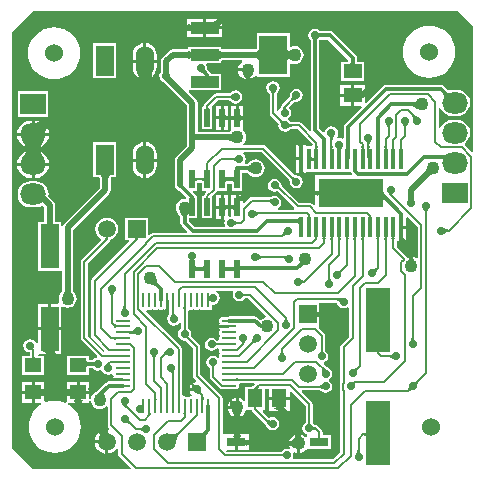
<source format=gtl>
G04 Layer_Physical_Order=1*
G04 Layer_Color=255*
%FSTAX24Y24*%
%MOIN*%
G70*
G01*
G75*
%ADD10O,0.0500X0.0098*%
%ADD11O,0.0098X0.0500*%
%ADD12R,0.0098X0.0500*%
%ADD13R,0.0160X0.0710*%
%ADD14R,0.2170X0.0980*%
%ADD15R,0.0945X0.1299*%
%ADD16R,0.0945X0.0394*%
%ADD17R,0.0787X0.2165*%
%ADD18R,0.0630X0.0315*%
%ADD19R,0.0550X0.0500*%
%ADD20R,0.0500X0.0630*%
%ADD21R,0.0630X0.0500*%
%ADD22R,0.0591X0.1476*%
%ADD23R,0.0200X0.0600*%
%ADD24C,0.0118*%
%ADD25C,0.0197*%
%ADD26C,0.0079*%
%ADD27C,0.0394*%
%ADD28C,0.0000*%
%ADD29R,0.0866X0.0709*%
%ADD30O,0.0866X0.0709*%
%ADD31R,0.0591X0.0591*%
%ADD32C,0.0591*%
%ADD33C,0.0600*%
%ADD34O,0.0600X0.1000*%
%ADD35R,0.0600X0.1000*%
%ADD36R,0.0591X0.0591*%
%ADD37C,0.0276*%
%ADD38C,0.0433*%
G36*
X031117Y028223D02*
X031119Y028199D01*
X031122Y028176D01*
X031126Y028154D01*
X031132Y028134D01*
X031139Y028115D01*
X031148Y028098D01*
X031157Y028081D01*
X031168Y028066D01*
X031181Y028053D01*
X031097Y027969D01*
X031084Y027982D01*
X031069Y027993D01*
X031052Y028002D01*
X031035Y028011D01*
X031016Y028018D01*
X030996Y028024D01*
X030974Y028028D01*
X030951Y028031D01*
X030927Y028033D01*
X030902Y028033D01*
X031117Y028248D01*
X031117Y028223D01*
D02*
G37*
G36*
X035944Y028214D02*
X035952Y028206D01*
X035961Y028199D01*
X03597Y028193D01*
X035979Y028188D01*
X03599Y028184D01*
X036001Y028181D01*
X036013Y028179D01*
X036025Y028178D01*
X036038Y028177D01*
Y028098D01*
X036025Y028098D01*
X036013Y028097D01*
X036001Y028094D01*
X03599Y028091D01*
X035979Y028087D01*
X03597Y028082D01*
X035961Y028077D01*
X035952Y02807D01*
X035944Y028062D01*
X035937Y028054D01*
Y028222D01*
X035944Y028214D01*
D02*
G37*
G36*
X031898Y027823D02*
X031903Y027753D01*
X031904Y027751D01*
X031813D01*
X031814Y027753D01*
X031815Y027757D01*
X031816Y027762D01*
X031818Y027777D01*
X031819Y027809D01*
X031819Y027838D01*
X031898D01*
X031898Y027823D01*
D02*
G37*
G36*
X032887Y027629D02*
X032888Y027629D01*
X032889Y027628D01*
X032889Y027627D01*
X032889Y027625D01*
X032889Y027623D01*
X032889Y027622D01*
X03294Y027572D01*
X03293Y027563D01*
X032902Y027538D01*
X032898Y027536D01*
X032894Y027534D01*
X032891Y027534D01*
X03289Y027535D01*
X032889Y027537D01*
Y027621D01*
X032889Y027622D01*
X032884Y027628D01*
X032885Y027629D01*
X032886Y027629D01*
X032887Y02763D01*
X032887Y027629D01*
D02*
G37*
G36*
X029706Y02779D02*
X029696Y027779D01*
X029687Y027768D01*
X02968Y027756D01*
X029674Y027745D01*
X029669Y027733D01*
X029665Y027721D01*
X029662Y027709D01*
X02966Y027697D01*
X029659Y027685D01*
X029581D01*
X02958Y027697D01*
X029578Y027709D01*
X029575Y027721D01*
X029571Y027733D01*
X029566Y027745D01*
X02956Y027756D01*
X029553Y027768D01*
X029544Y027779D01*
X029534Y02779D01*
X029524Y027802D01*
X029716D01*
X029706Y02779D01*
D02*
G37*
G36*
X036904Y028257D02*
X036906Y028245D01*
X036909Y028233D01*
X036913Y028221D01*
X036918Y02821D01*
X036924Y028198D01*
X036931Y028186D01*
X03694Y028175D01*
X03695Y028164D01*
X036961Y028152D01*
X036768D01*
X036778Y028164D01*
X036788Y028175D01*
X036797Y028186D01*
X036804Y028198D01*
X03681Y02821D01*
X036816Y028221D01*
X03682Y028233D01*
X036822Y028245D01*
X036824Y028257D01*
X036825Y028269D01*
X036903D01*
X036904Y028257D01*
D02*
G37*
G36*
X032702Y028457D02*
X032701Y028468D01*
X032698Y028478D01*
X032692Y028487D01*
X032683Y028495D01*
X032673Y028501D01*
X032659Y028507D01*
X032644Y028511D01*
X032626Y028514D01*
X032606Y028515D01*
X032583Y028516D01*
Y028634D01*
X032606Y028635D01*
X032626Y028636D01*
X032644Y028639D01*
X032659Y028644D01*
X032673Y028649D01*
X032683Y028655D01*
X032692Y028663D01*
X032698Y028672D01*
X032701Y028682D01*
X032702Y028693D01*
Y028457D01*
D02*
G37*
G36*
X035399Y028856D02*
X035395Y028868D01*
X035389Y028879D01*
X035382Y028889D01*
X035375Y028897D01*
X035366Y028904D01*
X035357Y02891D01*
X035347Y028915D01*
X035336Y028918D01*
X035324Y02892D01*
X035311Y028921D01*
X035352Y028999D01*
X035362Y029D01*
X035385Y029002D01*
X035397Y029004D01*
X035423Y02901D01*
X035451Y029018D01*
X035481Y029029D01*
X035399Y028856D01*
D02*
G37*
G36*
X032399Y028682D02*
X032402Y028672D01*
X032408Y028663D01*
X032417Y028655D01*
X032427Y028649D01*
X032441Y028644D01*
X032456Y028639D01*
X032474Y028636D01*
X032494Y028635D01*
X032517Y028634D01*
Y028516D01*
X032494Y028515D01*
X032474Y028514D01*
X032456Y028511D01*
X032441Y028507D01*
X032427Y028501D01*
X032417Y028495D01*
X032408Y028487D01*
X032402Y028478D01*
X032399Y028468D01*
X032398Y028457D01*
Y028693D01*
X032399Y028682D01*
D02*
G37*
G36*
X0373Y028484D02*
X037292Y028475D01*
X037284Y028465D01*
X037278Y028455D01*
X037272Y028444D01*
X037268Y028432D01*
X037264Y028419D01*
X037261Y028406D01*
X037259Y028392D01*
X037258Y028377D01*
X037258Y028361D01*
X037121Y028498D01*
X037137Y028498D01*
X037152Y028499D01*
X037166Y028501D01*
X037179Y028504D01*
X037192Y028508D01*
X037204Y028512D01*
X037215Y028518D01*
X037225Y028524D01*
X037235Y028532D01*
X037244Y02854D01*
X0373Y028484D01*
D02*
G37*
G36*
X03848Y028544D02*
X038472Y028535D01*
X038464Y028525D01*
X038458Y028515D01*
X038452Y028504D01*
X038448Y028492D01*
X038444Y028479D01*
X038441Y028466D01*
X038439Y028452D01*
X038438Y028437D01*
X038438Y028421D01*
X038301Y028558D01*
X038317Y028558D01*
X038332Y028559D01*
X038346Y028561D01*
X038359Y028564D01*
X038372Y028568D01*
X038384Y028572D01*
X038395Y028578D01*
X038405Y028584D01*
X038415Y028592D01*
X038424Y0286D01*
X03848Y028544D01*
D02*
G37*
G36*
X032889Y027518D02*
X032871Y027503D01*
X032815Y027559D01*
X032862Y027601D01*
X032889Y027518D01*
D02*
G37*
G36*
X03547Y026903D02*
X035472Y026891D01*
X035474Y026879D01*
X035478Y026867D01*
X035484Y026855D01*
X03549Y026844D01*
X035497Y026832D01*
X035506Y026821D01*
X035515Y02681D01*
X035526Y026799D01*
X035334D01*
X035345Y02681D01*
X035354Y026821D01*
X035363Y026832D01*
X03537Y026844D01*
X035377Y026855D01*
X035382Y026867D01*
X035386Y026879D01*
X035388Y026891D01*
X03539Y026903D01*
X035391Y026915D01*
X035469D01*
X03547Y026903D01*
D02*
G37*
G36*
X031702Y027108D02*
X031703Y027096D01*
X031707Y027084D01*
X031711Y027073D01*
X031717Y027063D01*
X031724Y027052D01*
X031732Y027043D01*
X031741Y027034D01*
X031752Y027025D01*
X031764Y027017D01*
X031576Y026975D01*
X031585Y026989D01*
X0316Y027016D01*
X031606Y027029D01*
X031615Y027055D01*
X031618Y027067D01*
X03162Y027079D01*
X031622Y02709D01*
X031622Y027102D01*
X031701Y02712D01*
X031702Y027108D01*
D02*
G37*
G36*
X029723Y026727D02*
X029751Y026704D01*
X029763Y026696D01*
X029774Y02669D01*
X029784Y026686D01*
X029792Y026684D01*
X0298Y026685D01*
X029806Y026688D01*
X029811Y026694D01*
X029754Y026611D01*
X029762Y026598D01*
X029767Y026589D01*
X029767Y026584D01*
X029764Y026584D01*
X029756Y026589D01*
X029744Y026599D01*
X029709Y026631D01*
X029657Y026681D01*
X029707Y026742D01*
X029723Y026727D01*
D02*
G37*
G36*
X029769Y026207D02*
X029767Y026208D01*
X029763Y026209D01*
X029758Y02621D01*
X029743Y026211D01*
X029711Y026213D01*
X029682Y026213D01*
Y026291D01*
X029697Y026292D01*
X029767Y026296D01*
X029769Y026297D01*
Y026207D01*
D02*
G37*
G36*
X030434Y026374D02*
X030418Y026381D01*
X030375Y026397D01*
X030361Y026401D01*
X030336Y026406D01*
X030325Y026408D01*
X030314Y026409D01*
X030303Y02641D01*
X030296Y026427D01*
Y02641D01*
X030281Y02641D01*
X030211Y026405D01*
X030209Y026404D01*
Y026494D01*
X030211Y026493D01*
X030215Y026492D01*
X03022Y026491D01*
X030235Y02649D01*
X030267Y026489D01*
X030274Y026489D01*
X030283Y026489D01*
X030295Y026491D01*
X030306Y026494D01*
X030316Y026499D01*
X030326Y026505D01*
X030335Y026512D01*
X030343Y02652D01*
X03035Y02653D01*
X030357Y026541D01*
X030363Y026553D01*
X030434Y026374D01*
D02*
G37*
G36*
X031515Y027166D02*
X031541Y027146D01*
Y027093D01*
X031541Y027091D01*
X03154Y027085D01*
X031538Y027079D01*
X031531Y02706D01*
X031528Y027052D01*
X031515Y02703D01*
X031508Y027017D01*
X031506Y027011D01*
X031488Y026984D01*
X031471Y0269D01*
X031488Y026816D01*
X031536Y026744D01*
X031607Y026696D01*
X031692Y026679D01*
X031776Y026696D01*
X031848Y026744D01*
X03188Y026792D01*
X03193Y026776D01*
Y02658D01*
X031894Y026556D01*
X031846Y026484D01*
X031829Y0264D01*
X031846Y026316D01*
X031894Y026244D01*
X031966Y026196D01*
X03205Y026179D01*
X032063Y026182D01*
X03233Y025916D01*
Y025D01*
X03233Y025D01*
X032339Y024954D01*
X032365Y024915D01*
X032439Y024841D01*
X032422Y024787D01*
X032357Y024774D01*
X032279Y024721D01*
X032226Y024643D01*
X032217Y0246D01*
X032308D01*
X032306Y024609D01*
X032302Y024622D01*
X032298Y024634D01*
X032292Y024645D01*
X032286Y024655D01*
X032278Y024665D01*
X03227Y024674D01*
X032326Y02473D01*
X032335Y024722D01*
X032345Y024714D01*
X032355Y024708D01*
X032366Y024702D01*
X032378Y024698D01*
X032391Y024694D01*
X032404Y024691D01*
X032418Y024689D01*
X032433Y024688D01*
X032449Y024688D01*
X032361Y0246D01*
X03245D01*
Y0245D01*
X032217D01*
X032226Y024457D01*
X032279Y024379D01*
X032305Y024361D01*
X032286Y024314D01*
X032252Y02432D01*
X032202Y02431D01*
X03216Y024282D01*
X032148D01*
X032105Y02431D01*
X032055Y02432D01*
X032029Y024315D01*
X031979Y024348D01*
Y025892D01*
X03197Y025938D01*
X031944Y025977D01*
X030771Y02715D01*
X03078Y027206D01*
X030809Y02722D01*
X030824Y02721D01*
X030874Y0272D01*
X030924Y02721D01*
X030966Y027238D01*
X030979D01*
X031021Y02721D01*
X031071Y0272D01*
X031121Y02721D01*
X031163Y027238D01*
X031176D01*
X031218Y02721D01*
X031268Y0272D01*
X031318Y02721D01*
X031342Y027226D01*
X031357Y027223D01*
X031407Y02719D01*
X031415Y027188D01*
Y027531D01*
X031515D01*
Y027166D01*
D02*
G37*
G36*
X031706Y027309D02*
X031705Y027305D01*
X031704Y0273D01*
X031702Y027285D01*
X031701Y027253D01*
X031701Y027224D01*
X031622D01*
X031622Y027239D01*
X031617Y027309D01*
X031616Y027311D01*
X031707D01*
X031706Y027309D01*
D02*
G37*
G36*
X03721Y027449D02*
X037208Y027461D01*
X037204Y027471D01*
X0372Y027481D01*
X037194Y027489D01*
X037187Y027495D01*
X037179Y027501D01*
X037169Y027505D01*
X037158Y027508D01*
X037146Y02751D01*
X037133Y027511D01*
X037154Y027589D01*
X037176Y027589D01*
X037293Y027597D01*
X037304Y027598D01*
X037314Y027601D01*
X03721Y027449D01*
D02*
G37*
G36*
X032098Y027308D02*
X032097Y027302D01*
X032095Y027296D01*
X032093Y027288D01*
X032091Y027269D01*
X03209Y027245D01*
X032089Y027217D01*
X032011Y027232D01*
X03201Y027311D01*
X032101D01*
X032098Y027308D01*
D02*
G37*
G36*
X033671Y027801D02*
X033666Y027794D01*
X033649Y02771D01*
X033666Y027626D01*
X033714Y027554D01*
X033786Y027506D01*
X03387Y027489D01*
X033954Y027506D01*
X034026Y027554D01*
X03405Y02759D01*
X034163D01*
X03476Y026993D01*
X034742Y02694D01*
X034723Y026938D01*
X034651Y026908D01*
X034589Y026861D01*
X034569Y026859D01*
X034487Y026942D01*
X034441Y026972D01*
X034387Y026983D01*
X033531D01*
X033481Y026973D01*
X03333D01*
X03328Y026963D01*
X033238Y026935D01*
X03321Y026893D01*
X0332Y026843D01*
X03321Y026793D01*
X033226Y026769D01*
X033223Y026753D01*
X03319Y026704D01*
X033188Y026696D01*
X033531D01*
Y026596D01*
X033188D01*
X03319Y026588D01*
X033223Y026538D01*
X033226Y026523D01*
X03321Y026499D01*
X0332Y026449D01*
X03321Y026399D01*
X033238Y026357D01*
Y026344D01*
X03321Y026302D01*
X0332Y026252D01*
X033205Y026226D01*
X033175Y026181D01*
X033125Y026178D01*
X033106Y026206D01*
X033034Y026254D01*
X03295Y026271D01*
X032866Y026254D01*
X032794Y026206D01*
X032746Y026134D01*
X032729Y02605D01*
X032746Y025966D01*
X032794Y025894D01*
X032866Y025846D01*
X03295Y025829D01*
X033034Y025846D01*
X033106Y025894D01*
X033126Y025923D01*
X033176Y025925D01*
X033199Y025901D01*
X033205Y025885D01*
X0332Y025858D01*
X03321Y025808D01*
X033238Y025766D01*
Y025754D01*
X03321Y025712D01*
X0332Y025662D01*
X03321Y025612D01*
X033167Y02559D01*
X033156Y025606D01*
X033084Y025654D01*
X033Y025671D01*
X032916Y025654D01*
X032844Y025606D01*
X032796Y025534D01*
X032779Y02545D01*
X032796Y025366D01*
X032844Y025294D01*
X03288Y02527D01*
Y024957D01*
X03288Y024957D01*
X032889Y024911D01*
X032915Y024872D01*
X033195Y024592D01*
X033195Y024592D01*
X033234Y024566D01*
X03328Y024557D01*
X03328Y024557D01*
X03328D01*
X03328Y024557D01*
X03333Y024547D01*
X033732D01*
X033782Y024557D01*
X033824Y024585D01*
X033852Y024627D01*
X033862Y024677D01*
X033857Y024704D01*
X03389Y024754D01*
X034368D01*
X034387Y024708D01*
X034367Y024687D01*
X034344Y024668D01*
X034334Y02466D01*
X034324Y024654D01*
X034316Y024649D01*
X034309Y024646D01*
X034305Y024645D01*
X034303Y024644D01*
X034297Y024644D01*
X034296Y024644D01*
X034071D01*
Y024191D01*
X034058Y024187D01*
X034021Y024179D01*
X03396Y024226D01*
X033883Y024258D01*
X03385Y024263D01*
Y02395D01*
Y023795D01*
X033952D01*
X033941Y023784D01*
X033932Y023772D01*
X033924Y023758D01*
X033918Y023743D01*
X033912Y023727D01*
X033907Y02371D01*
X033903Y023691D01*
X033901Y023671D01*
X033899Y02365D01*
X033899Y023648D01*
X03396Y023674D01*
X034026Y023724D01*
X034076Y02379D01*
X034104Y023856D01*
X034286D01*
X034289Y023844D01*
X034315Y023805D01*
X03474Y023379D01*
X034759Y023356D01*
X034763Y02335D01*
X034775Y023329D01*
X034776Y023326D01*
X034785Y023312D01*
X034787Y023309D01*
X034787Y023308D01*
X034788Y023307D01*
X03479Y023304D01*
X034824Y023254D01*
X034896Y023206D01*
X03498Y023189D01*
X035064Y023206D01*
X035136Y023254D01*
X035184Y023326D01*
X035201Y02341D01*
X035184Y023494D01*
X035136Y023566D01*
X035064Y023614D01*
X03498Y023631D01*
X034896Y023614D01*
X034874Y023599D01*
X03487Y023598D01*
X034865Y023595D01*
X03465Y02381D01*
X034669Y023856D01*
X034729D01*
Y02457D01*
X03485D01*
Y0243D01*
X0352D01*
X03555D01*
Y024464D01*
X035596Y024483D01*
X03608Y024D01*
Y02343D01*
X036044Y023406D01*
X035996Y023334D01*
X035979Y02325D01*
X035996Y023166D01*
X036044Y023094D01*
X036116Y023046D01*
X036116Y023046D01*
X036119Y023045D01*
X036119Y023045D01*
X036119Y023045D01*
X036134Y023036D01*
Y022982D01*
X036084Y022965D01*
X036076Y022976D01*
X03601Y023026D01*
X035933Y023058D01*
X035922Y02306D01*
X035922Y023059D01*
X035929Y023018D01*
X035934Y022999D01*
X035941Y022982D01*
X035948Y022967D01*
X035956Y022953D01*
X035965Y02294D01*
X035975Y022928D01*
X035986Y022918D01*
X0359Y02291D01*
Y02275D01*
Y022437D01*
X035933Y022442D01*
X03601Y022474D01*
X036076Y022524D01*
X036091Y022544D01*
X036134Y022564D01*
X036134Y022564D01*
X036134Y022564D01*
X036922D01*
Y023036D01*
X036648D01*
Y023122D01*
X036648Y023122D01*
X036639Y023168D01*
X036613Y023207D01*
X036613Y023207D01*
X036485Y023335D01*
X036446Y023361D01*
X0364Y02337D01*
X0364Y02337D01*
X036387D01*
X036382Y023371D01*
X03638Y023372D01*
X036378Y023374D01*
X036356Y023406D01*
X03632Y02343D01*
Y02405D01*
X03632Y02405D01*
X036311Y024096D01*
X036285Y024135D01*
X036285Y024135D01*
X03595Y02447D01*
X035969Y024516D01*
X036548D01*
X03655Y024516D01*
X036555Y024515D01*
X036561Y024513D01*
X036568Y02451D01*
X036575Y024507D01*
X036582Y024503D01*
X036593Y024496D01*
X036594Y024494D01*
X036607Y024485D01*
X036611Y024482D01*
X036615Y02448D01*
X036666Y024446D01*
X03675Y024429D01*
X036834Y024446D01*
X036906Y024494D01*
X036954Y024566D01*
X036971Y02465D01*
X036954Y024734D01*
X036906Y024806D01*
X036867Y024832D01*
Y024893D01*
X036906Y024919D01*
X036954Y024991D01*
X036971Y025075D01*
X036954Y025159D01*
X036906Y025231D01*
X036834Y025279D01*
X036821Y025282D01*
X036819Y025283D01*
X036781Y025301D01*
X036773Y025305D01*
X036755Y025316D01*
X03675Y02532D01*
X03675Y025321D01*
X036675Y025395D01*
X03669Y025443D01*
X036704Y025446D01*
X036776Y025494D01*
X036824Y025566D01*
X036841Y02565D01*
X036824Y025734D01*
X036776Y025806D01*
X03674Y02583D01*
Y02633D01*
X03674Y02633D01*
X036731Y026376D01*
X036705Y026415D01*
X036516Y026605D01*
X036536Y026655D01*
X036545D01*
Y026991D01*
X03653Y02699D01*
X036511Y026989D01*
X036495Y026987D01*
X036481Y026983D01*
X03647Y026979D01*
X03646Y026974D01*
X036453Y026968D01*
X036447Y026961D01*
X036444Y026953D01*
X036443Y026944D01*
Y027D01*
X03615D01*
Y0271D01*
X036443D01*
Y027156D01*
X036444Y027147D01*
X036447Y027139D01*
X036453Y027132D01*
X03646Y027126D01*
X03647Y027121D01*
X036481Y027117D01*
X036495Y027113D01*
X036511Y027111D01*
X03653Y02711D01*
X036545Y027109D01*
Y02743D01*
X037133D01*
X037143Y027382D01*
X03719Y02731D01*
X037262Y027263D01*
X037347Y027246D01*
X037431Y027263D01*
X03748Y027295D01*
X03753Y027268D01*
Y0263D01*
X037265Y026035D01*
X037239Y025996D01*
X03723Y02595D01*
X03723Y02595D01*
Y024786D01*
X037224Y024756D01*
X037224Y024756D01*
Y024544D01*
X037224Y024544D01*
X03723Y024514D01*
Y02245D01*
X036994Y022215D01*
X035673D01*
X035649Y022259D01*
X035654Y022266D01*
X035671Y02235D01*
X035654Y022434D01*
X035649Y022443D01*
X035686Y022477D01*
X03569Y022474D01*
X035767Y022442D01*
X0358Y022437D01*
Y0227D01*
X03578D01*
Y02268D01*
X035776Y022682D01*
X035769Y022684D01*
X035757Y022686D01*
X035724Y022688D01*
X035695Y022689D01*
Y022598D01*
X035677Y022616D01*
X035659Y022632D01*
X035641Y022646D01*
X035622Y022658D01*
X035604Y022668D01*
X035586Y022676D01*
X035567Y022683D01*
X035549Y022687D01*
X035539Y022689D01*
X035542Y022667D01*
X035574Y02259D01*
X035577Y022586D01*
X035543Y022549D01*
X035534Y022554D01*
X03545Y022571D01*
X035366Y022554D01*
X035294Y022506D01*
X03527Y02247D01*
X033463D01*
X033446Y022493D01*
X033471Y022543D01*
X033722D01*
Y0228D01*
Y022955D01*
X033603D01*
X033622Y022957D01*
X033639Y022963D01*
X033653Y022973D01*
X033666Y022987D01*
X033677Y023005D01*
X033686Y023026D01*
X033693Y023052D01*
X033694Y023057D01*
X033357D01*
X03332Y02309D01*
Y02425D01*
X033311Y024296D01*
X033285Y024335D01*
X03257Y02505D01*
Y025965D01*
X032561Y026011D01*
X032535Y026051D01*
X032535Y026051D01*
X032257Y026329D01*
X032271Y0264D01*
X032254Y026484D01*
X032206Y026556D01*
X03217Y02658D01*
Y027175D01*
X03222Y027206D01*
X032252Y0272D01*
X032302Y02721D01*
X032344Y027238D01*
X032357D01*
X032399Y02721D01*
X032449Y0272D01*
X032499Y02721D01*
X032541Y027238D01*
X032554D01*
X032596Y02721D01*
X032646Y0272D01*
X032665Y027204D01*
X032715Y027202D01*
X032715Y027202D01*
X032715Y027202D01*
X032971D01*
Y027355D01*
X033Y027379D01*
X033084Y027396D01*
X033156Y027444D01*
X033204Y027516D01*
X033221Y0276D01*
X033204Y027684D01*
X033156Y027756D01*
X033097Y027795D01*
X033112Y027845D01*
X033647D01*
X033671Y027801D01*
D02*
G37*
G36*
X03009Y027313D02*
X030092Y027301D01*
X030095Y027289D01*
X030099Y027277D01*
X030104Y027265D01*
X03011Y027254D01*
X030117Y027242D01*
X030126Y027231D01*
X030136Y02722D01*
X030146Y027208D01*
X029954D01*
X029964Y02722D01*
X029974Y027231D01*
X029983Y027242D01*
X02999Y027254D01*
X029996Y027265D01*
X030001Y027277D01*
X030005Y027289D01*
X030008Y027301D01*
X03001Y027313D01*
X030011Y027325D01*
X030089D01*
X03009Y027313D01*
D02*
G37*
G36*
X03452Y029046D02*
X034531Y029036D01*
X034542Y029027D01*
X034554Y02902D01*
X034565Y029014D01*
X034577Y029009D01*
X034589Y029005D01*
X034601Y029002D01*
X034613Y029D01*
X034625Y028999D01*
Y028921D01*
X034613Y02892D01*
X034601Y028918D01*
X034589Y028915D01*
X034577Y028911D01*
X034565Y028906D01*
X034554Y0289D01*
X034542Y028893D01*
X034531Y028884D01*
X03452Y028874D01*
X034508Y028864D01*
Y029056D01*
X03452Y029046D01*
D02*
G37*
G36*
X035851Y030037D02*
X03585Y030049D01*
X035846Y030059D01*
X035841Y030068D01*
X035832Y030075D01*
X035822Y030082D01*
X035809Y030087D01*
X035793Y030091D01*
X035776Y030094D01*
X035756Y030096D01*
X035733Y030097D01*
Y030215D01*
X035756Y030215D01*
X035776Y030217D01*
X035793Y03022D01*
X035809Y030224D01*
X035822Y030229D01*
X035832Y030236D01*
X035841Y030244D01*
X035846Y030252D01*
X03585Y030262D01*
X035851Y030274D01*
Y030037D01*
D02*
G37*
G36*
X032184Y030427D02*
X032168Y030409D01*
X032154Y030391D01*
X032142Y030372D01*
X032132Y030354D01*
X032124Y030336D01*
X032117Y030317D01*
X032113Y030299D01*
X03211Y03028D01*
X032109Y030262D01*
X031991D01*
X03199Y03028D01*
X031987Y030299D01*
X031983Y030317D01*
X031976Y030336D01*
X031968Y030354D01*
X031958Y030372D01*
X031946Y030391D01*
X031932Y030409D01*
X031916Y030427D01*
X031898Y030445D01*
X032202D01*
X032184Y030427D01*
D02*
G37*
G36*
X03371Y030186D02*
X033721Y030176D01*
X033732Y030167D01*
X033744Y03016D01*
X033755Y030154D01*
X033767Y030148D01*
X033779Y030145D01*
X033791Y030142D01*
X033803Y03014D01*
X033815Y030139D01*
Y030061D01*
X033803Y03006D01*
X033791Y030058D01*
X033779Y030055D01*
X033767Y030052D01*
X033755Y030046D01*
X033744Y03004D01*
X033732Y030033D01*
X033721Y030024D01*
X03371Y030014D01*
X033698Y030004D01*
Y030196D01*
X03371Y030186D01*
D02*
G37*
G36*
X035479Y029692D02*
X035463Y029692D01*
X035448Y029691D01*
X035434Y029689D01*
X035421Y029686D01*
X035408Y029682D01*
X035396Y029678D01*
X035385Y029672D01*
X035375Y029666D01*
X035365Y029658D01*
X035356Y02965D01*
X0353Y029706D01*
X035308Y029715D01*
X035316Y029725D01*
X035322Y029735D01*
X035328Y029746D01*
X035332Y029758D01*
X035336Y029771D01*
X035339Y029784D01*
X035341Y029798D01*
X035342Y029813D01*
X035342Y029829D01*
X035479Y029692D01*
D02*
G37*
G36*
X04072Y029926D02*
X040731Y029916D01*
X040742Y029907D01*
X040754Y0299D01*
X040765Y029894D01*
X040777Y029889D01*
X040789Y029885D01*
X040801Y029882D01*
X040813Y02988D01*
X040825Y029879D01*
Y029801D01*
X040813Y0298D01*
X040801Y029798D01*
X040789Y029795D01*
X040777Y029792D01*
X040765Y029786D01*
X040754Y02978D01*
X040742Y029773D01*
X040731Y029764D01*
X04072Y029754D01*
X040708Y029744D01*
Y029936D01*
X04072Y029926D01*
D02*
G37*
G36*
X036239Y030341D02*
X036241Y030314D01*
X036242Y03031D01*
X036243Y030307D01*
X036244Y030305D01*
X036245Y030303D01*
X036246Y030303D01*
X036154D01*
X036155Y030303D01*
X036156Y030305D01*
X036157Y030307D01*
X036158Y03031D01*
X036159Y030314D01*
X03616Y03032D01*
X03616Y030333D01*
X036161Y03035D01*
X036239D01*
X036239Y030341D01*
D02*
G37*
G36*
X032202Y030507D02*
X032201Y030518D01*
X032198Y030528D01*
X032192Y030537D01*
X032183Y030545D01*
X032173Y030551D01*
X032159Y030556D01*
X032144Y030561D01*
X032126Y030564D01*
X032106Y030565D01*
X032083Y030566D01*
Y030684D01*
X032106Y030685D01*
X032126Y030686D01*
X032144Y030689D01*
X032159Y030694D01*
X032173Y030699D01*
X032183Y030705D01*
X032192Y030713D01*
X032198Y030722D01*
X032201Y030732D01*
X032202Y030743D01*
Y030507D01*
D02*
G37*
G36*
X03492Y030735D02*
X034915Y030747D01*
X034909Y030758D01*
X034902Y030768D01*
X034895Y030776D01*
X034886Y030784D01*
X034877Y030789D01*
X034867Y030794D01*
X034856Y030797D01*
X034844Y030799D01*
X034831Y0308D01*
X034871Y030878D01*
X034881Y030879D01*
X034892Y03088D01*
X034916Y030883D01*
X034929Y030886D01*
X03497Y030898D01*
X034985Y030903D01*
X035001Y030909D01*
X03492Y030735D01*
D02*
G37*
G36*
X040177Y030552D02*
X040168Y03054D01*
X040159Y030529D01*
X040152Y030517D01*
X040146Y030505D01*
X040141Y030494D01*
X040137Y030482D01*
X040134Y03047D01*
X040132Y030458D01*
X040132Y030446D01*
X040053Y030445D01*
X040052Y030457D01*
X04005Y030469D01*
X040048Y030481D01*
X040044Y030492D01*
X040038Y030504D01*
X040032Y030515D01*
X040024Y030527D01*
X040016Y030538D01*
X040006Y030549D01*
X039995Y03056D01*
X040188Y030563D01*
X040177Y030552D01*
D02*
G37*
G36*
X039319Y03039D02*
X039324Y03033D01*
X039326Y030321D01*
X039329Y030313D01*
X039332Y030308D01*
X039335Y030305D01*
X039339Y030304D01*
X039181D01*
X039185Y030305D01*
X039188Y030308D01*
X039191Y030313D01*
X039194Y030321D01*
X039196Y03033D01*
X039198Y030342D01*
X0392Y030372D01*
X039201Y03041D01*
X039319D01*
X039319Y03039D01*
D02*
G37*
G36*
X034404Y030502D02*
X034431Y030487D01*
X034443Y03048D01*
X034456Y030475D01*
X034468Y03047D01*
X03448Y030467D01*
X034492Y030464D01*
X034504Y030463D01*
X034515Y030462D01*
X03453Y030384D01*
X034517Y030383D01*
X034505Y030381D01*
X034493Y030378D01*
X034482Y030374D01*
X034471Y030368D01*
X034461Y030361D01*
X034451Y030353D01*
X034441Y030344D01*
X034432Y030333D01*
X034423Y030321D01*
X034391Y030512D01*
X034404Y030502D01*
D02*
G37*
G36*
X030503Y029605D02*
X0305Y029604D01*
X030497Y029601D01*
X030495Y029597D01*
X030494Y029592D01*
X030492Y029586D01*
X030491Y029579D01*
X03049Y02957D01*
X030489Y02955D01*
X030411D01*
X03041Y029561D01*
X030409Y029579D01*
X030408Y029586D01*
X030406Y029592D01*
X030405Y029597D01*
X030403Y029601D01*
X0304Y029604D01*
X030397Y029605D01*
X030394Y029606D01*
X030506D01*
X030503Y029605D01*
D02*
G37*
G36*
X037281Y029595D02*
X037275Y029593D01*
X037269Y029589D01*
X037264Y029584D01*
X037259Y029577D01*
X037256Y029568D01*
X037253Y029558D01*
X037251Y029546D01*
X03725Y029532D01*
X037249Y029517D01*
X037171D01*
X03717Y029532D01*
X037169Y029546D01*
X037167Y029558D01*
X037164Y029568D01*
X037161Y029577D01*
X037156Y029584D01*
X037151Y029589D01*
X037145Y029593D01*
X037139Y029595D01*
X037131Y029596D01*
X037289D01*
X037281Y029595D01*
D02*
G37*
G36*
X037541D02*
X037535Y029593D01*
X037529Y029589D01*
X037524Y029584D01*
X037519Y029577D01*
X037516Y029568D01*
X037513Y029558D01*
X037511Y029546D01*
X03751Y029532D01*
X037509Y029517D01*
X037431D01*
X03743Y029532D01*
X037429Y029546D01*
X037427Y029558D01*
X037424Y029568D01*
X037421Y029577D01*
X037416Y029584D01*
X037411Y029589D01*
X037405Y029593D01*
X037399Y029595D01*
X037391Y029596D01*
X037549D01*
X037541Y029595D01*
D02*
G37*
G36*
X037021D02*
X037015Y029593D01*
X037009Y029589D01*
X037004Y029584D01*
X036999Y029577D01*
X036996Y029568D01*
X036993Y029558D01*
X036991Y029546D01*
X03699Y029532D01*
X036989Y029517D01*
X036911D01*
X03691Y029532D01*
X036909Y029546D01*
X036907Y029558D01*
X036904Y029568D01*
X036901Y029577D01*
X036896Y029584D01*
X036891Y029589D01*
X036885Y029593D01*
X036879Y029595D01*
X036871Y029596D01*
X037029D01*
X037021Y029595D01*
D02*
G37*
G36*
X039814Y029965D02*
Y028941D01*
X039769Y028919D01*
X03976Y028926D01*
X039683Y028958D01*
X039661Y028961D01*
X039663Y028951D01*
X039667Y028933D01*
X039674Y028914D01*
X039682Y028896D01*
X039692Y028878D01*
X039704Y028859D01*
X039718Y028841D01*
X039734Y028823D01*
X039752Y028805D01*
X03965D01*
Y02865D01*
X03955D01*
Y028805D01*
X039448D01*
X039466Y028823D01*
X039482Y028841D01*
X039496Y028859D01*
X039508Y028878D01*
X039518Y028896D01*
X039526Y028914D01*
X039533Y028933D01*
X039537Y028951D01*
X039539Y028961D01*
X039517Y028958D01*
X039474Y02894D01*
X039459Y028948D01*
X039433Y028987D01*
X039433Y028987D01*
X03912Y0293D01*
Y029495D01*
X03921D01*
Y029569D01*
X039181Y029596D01*
X03921Y029615D01*
Y02995D01*
X03926D01*
Y03D01*
X03944D01*
Y030274D01*
X039486Y030294D01*
X039814Y029965D01*
D02*
G37*
G36*
X036771Y029595D02*
X036765Y029593D01*
X036759Y029589D01*
X036754Y029584D01*
X036749Y029577D01*
X036746Y029568D01*
X036743Y029558D01*
X036741Y029546D01*
X03674Y029532D01*
X036739Y029517D01*
X036661D01*
X03666Y029532D01*
X036659Y029546D01*
X036657Y029558D01*
X036654Y029568D01*
X036651Y029577D01*
X036646Y029584D01*
X036641Y029589D01*
X036635Y029593D01*
X036629Y029595D01*
X036621Y029596D01*
X036779D01*
X036771Y029595D01*
D02*
G37*
G36*
X037791D02*
X037785Y029593D01*
X037779Y029589D01*
X037774Y029584D01*
X037769Y029577D01*
X037766Y029568D01*
X037763Y029558D01*
X037761Y029546D01*
X03776Y029532D01*
X037759Y029517D01*
X037681D01*
X03768Y029532D01*
X037679Y029546D01*
X037677Y029558D01*
X037674Y029568D01*
X037671Y029577D01*
X037666Y029584D01*
X037661Y029589D01*
X037655Y029593D01*
X037649Y029595D01*
X037641Y029596D01*
X037799D01*
X037791Y029595D01*
D02*
G37*
G36*
X039071D02*
X039065Y029593D01*
X039059Y029589D01*
X039054Y029584D01*
X039049Y029577D01*
X039046Y029568D01*
X039043Y029558D01*
X039041Y029546D01*
X03904Y029532D01*
X039039Y029517D01*
X038961D01*
X03896Y029532D01*
X038959Y029546D01*
X038957Y029558D01*
X038954Y029568D01*
X038951Y029577D01*
X038946Y029584D01*
X038941Y029589D01*
X038935Y029593D01*
X038929Y029595D01*
X038921Y029596D01*
X039079D01*
X039071Y029595D01*
D02*
G37*
G36*
X029509Y02961D02*
X029505Y029608D01*
X029501Y029604D01*
X029498Y029599D01*
X029495Y029594D01*
X029493Y029587D01*
X029492Y029579D01*
X02949Y02957D01*
X02949Y029561D01*
X029489Y02955D01*
X029411D01*
X02941Y029561D01*
X02941Y02957D01*
X029408Y029579D01*
X029407Y029587D01*
X029405Y029594D01*
X029402Y029599D01*
X029399Y029604D01*
X029395Y029608D01*
X029391Y02961D01*
X029386Y029612D01*
X029514D01*
X029509Y02961D01*
D02*
G37*
G36*
X038821Y029595D02*
X038815Y029593D01*
X038809Y029589D01*
X038804Y029584D01*
X038799Y029577D01*
X038796Y029568D01*
X038793Y029558D01*
X038791Y029546D01*
X03879Y029532D01*
X038789Y029517D01*
X038711D01*
X03871Y029532D01*
X038709Y029546D01*
X038707Y029558D01*
X038704Y029568D01*
X038701Y029577D01*
X038696Y029584D01*
X038691Y029589D01*
X038685Y029593D01*
X038679Y029595D01*
X038671Y029596D01*
X038829D01*
X038821Y029595D01*
D02*
G37*
G36*
X038051D02*
X038045Y029593D01*
X038039Y029589D01*
X038034Y029584D01*
X038029Y029577D01*
X038026Y029568D01*
X038023Y029558D01*
X038021Y029546D01*
X03802Y029532D01*
X038019Y029517D01*
X037941D01*
X03794Y029532D01*
X037939Y029546D01*
X037937Y029558D01*
X037934Y029568D01*
X037931Y029577D01*
X037926Y029584D01*
X037921Y029589D01*
X037915Y029593D01*
X037909Y029595D01*
X037901Y029596D01*
X038059D01*
X038051Y029595D01*
D02*
G37*
G36*
X038561D02*
X038555Y029593D01*
X038549Y029589D01*
X038544Y029584D01*
X038539Y029577D01*
X038536Y029568D01*
X038533Y029558D01*
X038531Y029546D01*
X03853Y029532D01*
X038529Y029517D01*
X038451D01*
X03845Y029532D01*
X038449Y029546D01*
X038447Y029558D01*
X038444Y029568D01*
X038441Y029577D01*
X038436Y029584D01*
X038431Y029589D01*
X038425Y029593D01*
X038419Y029595D01*
X038411Y029596D01*
X038569D01*
X038561Y029595D01*
D02*
G37*
G36*
X031307Y024281D02*
X031312Y024211D01*
X031313Y024209D01*
X031223D01*
X031224Y024211D01*
X031225Y024215D01*
X031226Y02422D01*
X031227Y024235D01*
X031228Y024267D01*
X031229Y024296D01*
X031307D01*
X031307Y024281D01*
D02*
G37*
G36*
X031504D02*
X031509Y024211D01*
X03151Y024209D01*
X031419D01*
X031421Y024211D01*
X031422Y024215D01*
X031422Y02422D01*
X031424Y024235D01*
X031425Y024267D01*
X031425Y024296D01*
X031504D01*
X031504Y024281D01*
D02*
G37*
G36*
X03111D02*
X031115Y024211D01*
X031116Y024209D01*
X031026D01*
X031027Y024211D01*
X031028Y024215D01*
X031029Y02422D01*
X03103Y024235D01*
X031031Y024267D01*
X031032Y024296D01*
X03111D01*
X03111Y024281D01*
D02*
G37*
G36*
X034445Y023937D02*
X034444Y023935D01*
X034443Y023933D01*
X034442Y02393D01*
X034441Y023926D01*
X03444Y02392D01*
X03444Y023907D01*
X034439Y02389D01*
X034361D01*
X034361Y023899D01*
X034359Y023926D01*
X034358Y02393D01*
X034357Y023933D01*
X034356Y023935D01*
X034355Y023937D01*
X034354Y023937D01*
X034446D01*
X034445Y023937D01*
D02*
G37*
G36*
X030141Y024055D02*
X030135Y024046D01*
X030132Y024038D01*
X03013Y024029D01*
X03013Y02402D01*
X030132Y024011D01*
X030136Y024002D01*
X030141Y023992D01*
X030148Y023983D01*
X030157Y023973D01*
X030083Y023936D01*
X02997Y024048D01*
X030148Y024063D01*
X030141Y024055D01*
D02*
G37*
G36*
X031701Y024281D02*
X031706Y024211D01*
X031707Y024209D01*
X031616D01*
X031617Y024211D01*
X031618Y024215D01*
X031619Y02422D01*
X031621Y024235D01*
X031622Y024267D01*
X031622Y024296D01*
X031701D01*
X031701Y024281D01*
D02*
G37*
G36*
X032588Y024533D02*
X032589Y024518D01*
X032591Y024504D01*
X032594Y024491D01*
X032598Y024478D01*
X032602Y024466D01*
X032608Y024455D01*
X032614Y024445D01*
X032622Y024435D01*
X03263Y024426D01*
X032574Y02437D01*
X032565Y024378D01*
X032555Y024386D01*
X032545Y024392D01*
X032534Y024398D01*
X032522Y024402D01*
X032509Y024406D01*
X032496Y024409D01*
X032482Y024411D01*
X032467Y024412D01*
X032451Y024412D01*
X032588Y024549D01*
X032588Y024533D01*
D02*
G37*
G36*
X039636Y024513D02*
X039624Y024514D01*
X039612Y024513D01*
X0396Y024512D01*
X039589Y024509D01*
X039578Y024506D01*
X039568Y024501D01*
X039557Y024496D01*
X039547Y024489D01*
X039537Y024481D01*
X039528Y024472D01*
X039472Y024528D01*
X039481Y024537D01*
X039489Y024547D01*
X039496Y024557D01*
X039501Y024568D01*
X039506Y024578D01*
X039509Y024589D01*
X039512Y0246D01*
X039513Y024612D01*
X039514Y024624D01*
X039513Y024636D01*
X039636Y024513D01*
D02*
G37*
G36*
X029409Y024485D02*
X029395Y02447D01*
X029384Y024455D01*
X029376Y02444D01*
X02937Y024424D01*
X029368Y024409D01*
X029367Y024393D01*
X02937Y024377D01*
X029375Y024361D01*
X029383Y024345D01*
X029394Y024329D01*
X02911Y024386D01*
X029126Y024397D01*
X029161Y024421D01*
X029199Y024451D01*
X02926Y024505D01*
X029304Y024548D01*
X029409Y024485D01*
D02*
G37*
G36*
X031898Y024281D02*
X031903Y024211D01*
X031904Y024209D01*
X031813D01*
X031814Y024211D01*
X031815Y024215D01*
X031816Y02422D01*
X031818Y024235D01*
X031819Y024267D01*
X031819Y024296D01*
X031898D01*
X031898Y024281D01*
D02*
G37*
G36*
X032685D02*
X03269Y024211D01*
X032691Y024209D01*
X032601D01*
X032602Y024211D01*
X032603Y024215D01*
X032604Y02422D01*
X032605Y024235D01*
X032606Y024267D01*
X032606Y024296D01*
X032685D01*
X032685Y024281D01*
D02*
G37*
G36*
X03063Y023822D02*
X030629Y023829D01*
X030626Y023836D01*
X030622Y023842D01*
X030617Y023847D01*
X03061Y023851D01*
X030601Y023854D01*
X030591Y023857D01*
X030579Y023859D01*
X030565Y02386D01*
X03055Y023861D01*
Y023939D01*
X030565Y02394D01*
X030579Y023941D01*
X030591Y023943D01*
X030601Y023946D01*
X03061Y023949D01*
X030617Y023953D01*
X030622Y023958D01*
X030626Y023964D01*
X030629Y023971D01*
X03063Y023978D01*
Y023822D01*
D02*
G37*
G36*
X031847Y023041D02*
X031837Y023029D01*
X031827Y023014D01*
X031817Y022993D01*
X031806Y022969D01*
X031784Y022907D01*
X031761Y022828D01*
X031737Y022732D01*
X031524Y023086D01*
X031563Y023077D01*
X031635Y023066D01*
X031667Y023065D01*
X031696Y023066D01*
X031723Y02307D01*
X031747Y023076D01*
X031769Y023085D01*
X031788Y023097D01*
X031805Y023111D01*
X031847Y023041D01*
D02*
G37*
G36*
X032828Y023094D02*
X032804Y02307D01*
X032767Y023026D01*
X032754Y023007D01*
X032743Y022989D01*
X032737Y022974D01*
X032733Y022959D01*
X032733Y022947D01*
X032736Y022936D01*
X032743Y022927D01*
X032577Y023093D01*
X032586Y023086D01*
X032597Y023083D01*
X032609Y023083D01*
X032624Y023087D01*
X032639Y023093D01*
X032657Y023104D01*
X032676Y023117D01*
X032697Y023134D01*
X032744Y023178D01*
X032828Y023094D01*
D02*
G37*
G36*
X038108Y022971D02*
X038107Y022979D01*
X038104Y022985D01*
X0381Y022991D01*
X038095Y022996D01*
X038088Y023001D01*
X038079Y023004D01*
X038069Y023007D01*
X038057Y023009D01*
X038044Y02301D01*
X038029Y023011D01*
Y023089D01*
X038044Y02309D01*
X038057Y023091D01*
X038069Y023093D01*
X038079Y023096D01*
X038088Y023099D01*
X038095Y023104D01*
X0381Y023109D01*
X038104Y023115D01*
X038107Y023121D01*
X038108Y023129D01*
Y022971D01*
D02*
G37*
G36*
X03789Y022503D02*
X037892Y022491D01*
X037895Y022479D01*
X037898Y022467D01*
X037904Y022455D01*
X03791Y022444D01*
X037917Y022432D01*
X037926Y022421D01*
X037936Y02241D01*
X037946Y022398D01*
X037754D01*
X037764Y02241D01*
X037774Y022421D01*
X037783Y022432D01*
X03779Y022444D01*
X037796Y022455D01*
X037801Y022467D01*
X037805Y022479D01*
X037808Y022491D01*
X03781Y022503D01*
X037811Y022515D01*
X037889D01*
X03789Y022503D01*
D02*
G37*
G36*
X036568Y02302D02*
X036569Y023007D01*
X036571Y022995D01*
X036574Y022985D01*
X036577Y022976D01*
X036581Y022969D01*
X036587Y022963D01*
X036593Y022959D01*
X036599Y022957D01*
X036607Y022956D01*
X036449D01*
X036457Y022957D01*
X036463Y022959D01*
X036469Y022963D01*
X036474Y022969D01*
X036479Y022976D01*
X036482Y022985D01*
X036485Y022995D01*
X036487Y023007D01*
X036488Y02302D01*
X036489Y023035D01*
X036567D01*
X036568Y02302D01*
D02*
G37*
G36*
X030672Y023134D02*
X03066Y023144D01*
X030649Y023154D01*
X030638Y023163D01*
X030626Y02317D01*
X030615Y023176D01*
X030603Y023182D01*
X030591Y023185D01*
X030579Y023188D01*
X030567Y02319D01*
X030555Y023191D01*
Y023269D01*
X030567Y02327D01*
X030579Y023272D01*
X030591Y023275D01*
X030603Y023279D01*
X030615Y023284D01*
X030626Y02329D01*
X030638Y023297D01*
X030649Y023306D01*
X03066Y023316D01*
X030672Y023326D01*
Y023134D01*
D02*
G37*
G36*
X030918Y023767D02*
X030917Y023763D01*
X030916Y023758D01*
X030915Y023743D01*
X030914Y023711D01*
X030914Y023682D01*
X030835D01*
X030835Y023697D01*
X03083Y023767D01*
X030829Y023769D01*
X030919D01*
X030918Y023767D01*
D02*
G37*
G36*
X032099D02*
X032098Y023763D01*
X032098Y023758D01*
X032096Y023743D01*
X032095Y023711D01*
X032095Y023682D01*
X032016D01*
X032016Y023697D01*
X032011Y023767D01*
X03201Y023769D01*
X032101D01*
X032099Y023767D01*
D02*
G37*
G36*
X030188Y023568D02*
X030198Y023538D01*
X030203Y023525D01*
X030215Y0235D01*
X030222Y02349D01*
X030228Y02348D01*
X030236Y023471D01*
X030243Y023463D01*
X030203Y023391D01*
X030194Y0234D01*
X030184Y023407D01*
X030173Y023413D01*
X030163Y023417D01*
X030151Y023421D01*
X030139Y023422D01*
X030127Y023423D01*
X030114Y023422D01*
X030101Y02342D01*
X030087Y023417D01*
X030184Y023584D01*
X030188Y023568D01*
D02*
G37*
G36*
X036322Y023316D02*
X036327Y023311D01*
X036333Y023306D01*
X03634Y023301D01*
X036348Y023298D01*
X036357Y023295D01*
X036366Y023292D01*
X036377Y023291D01*
X036388Y02329D01*
X0364Y023289D01*
Y023211D01*
X036388Y02321D01*
X036377Y023209D01*
X036366Y023208D01*
X036357Y023205D01*
X036348Y023202D01*
X03634Y023199D01*
X036333Y023194D01*
X036327Y023189D01*
X036322Y023184D01*
X036317Y023177D01*
Y023323D01*
X036322Y023316D01*
D02*
G37*
G36*
X034814Y023532D02*
X034824Y023525D01*
X034834Y02352D01*
X034844Y023516D01*
X034854Y023514D01*
X034865Y023513D01*
X034875Y023514D01*
X034886Y023517D01*
X034897Y023522D01*
X034908Y023528D01*
X034858Y023347D01*
X034851Y023359D01*
X034831Y023393D01*
X034823Y023403D01*
X034801Y023432D01*
X034793Y023441D01*
X034785Y023449D01*
X034804Y023541D01*
X034814Y023532D01*
D02*
G37*
G36*
X036661Y024544D02*
X036649Y024554D01*
X036624Y024571D01*
X036612Y024578D01*
X0366Y024584D01*
X036588Y024589D01*
X036576Y024592D01*
X036564Y024595D01*
X036552Y024597D01*
X03654Y024597D01*
X036532Y024676D01*
X036544Y024677D01*
X036556Y024678D01*
X036568Y024681D01*
X036579Y024686D01*
X036591Y024691D01*
X036602Y024698D01*
X036612Y024706D01*
X036623Y024715D01*
X036633Y024725D01*
X036643Y024736D01*
X036661Y024544D01*
D02*
G37*
G36*
X033753Y025706D02*
X033757Y025705D01*
X033762Y025704D01*
X033777Y025702D01*
X033809Y025701D01*
X033838Y025701D01*
Y025622D01*
X033823Y025622D01*
X033753Y025617D01*
X033751Y025616D01*
Y025707D01*
X033753Y025706D01*
D02*
G37*
G36*
X031478Y025683D02*
X031467Y025689D01*
X031456Y025693D01*
X031445Y025696D01*
X031435Y025697D01*
X031424Y025696D01*
X031414Y025694D01*
X031404Y02569D01*
X031394Y025685D01*
X031384Y025678D01*
X031374Y025669D01*
X031355Y025761D01*
X031363Y025769D01*
X031379Y025787D01*
X031393Y025807D01*
X031408Y025828D01*
X031421Y025851D01*
X031428Y025864D01*
X031478Y025683D01*
D02*
G37*
G36*
X029769Y025616D02*
X029767Y025617D01*
X029763Y025618D01*
X029758Y025619D01*
X029743Y025621D01*
X029711Y025622D01*
X029682Y025622D01*
Y025701D01*
X029697Y025701D01*
X029767Y025706D01*
X029769Y025707D01*
Y025616D01*
D02*
G37*
G36*
X039002Y025554D02*
X03899Y025564D01*
X038979Y025574D01*
X038968Y025583D01*
X038956Y02559D01*
X038945Y025596D01*
X038933Y025601D01*
X038921Y025605D01*
X038909Y025608D01*
X038897Y02561D01*
X038885Y025611D01*
Y025689D01*
X038897Y02569D01*
X038909Y025692D01*
X038921Y025695D01*
X038933Y025698D01*
X038945Y025704D01*
X038956Y02571D01*
X038968Y025717D01*
X038979Y025726D01*
X03899Y025736D01*
X039002Y025746D01*
Y025554D01*
D02*
G37*
G36*
X031116Y025699D02*
X031106Y025687D01*
X031097Y025676D01*
X03109Y025664D01*
X031084Y025653D01*
X031079Y025641D01*
X031075Y025629D01*
X031072Y025617D01*
X03107Y025605D01*
X031069Y025593D01*
X030991D01*
X03099Y025605D01*
X030988Y025617D01*
X030985Y025629D01*
X030982Y025641D01*
X030976Y025653D01*
X03097Y025664D01*
X030963Y025676D01*
X030954Y025687D01*
X030944Y025699D01*
X030934Y02571D01*
X031126D01*
X031116Y025699D01*
D02*
G37*
G36*
X03534Y025803D02*
X035342Y025791D01*
X035345Y025779D01*
X035348Y025767D01*
X035354Y025755D01*
X03536Y025744D01*
X035367Y025732D01*
X035376Y025721D01*
X035386Y02571D01*
X035396Y025698D01*
X035204D01*
X035214Y02571D01*
X035224Y025721D01*
X035233Y025732D01*
X03524Y025744D01*
X035246Y025755D01*
X035252Y025767D01*
X035255Y025779D01*
X035258Y025791D01*
X03526Y025803D01*
X035261Y025815D01*
X035339D01*
X03534Y025803D01*
D02*
G37*
G36*
X034447Y026112D02*
X034431Y026112D01*
X034416Y026111D01*
X034402Y026109D01*
X034389Y026107D01*
X034376Y026103D01*
X034365Y026098D01*
X034353Y026093D01*
X034343Y026087D01*
X034333Y026079D01*
X034324Y026071D01*
X034269Y026128D01*
X034278Y026137D01*
X034285Y026146D01*
X034291Y026157D01*
X034297Y026168D01*
X034301Y02618D01*
X034305Y026192D01*
X034308Y026206D01*
X03431Y02622D01*
X034312Y026235D01*
X034312Y02625D01*
X034447Y026112D01*
D02*
G37*
G36*
X03969Y026253D02*
X039692Y026241D01*
X039695Y026229D01*
X039699Y026217D01*
X039704Y026205D01*
X03971Y026194D01*
X039717Y026182D01*
X039726Y026171D01*
X039736Y02616D01*
X039746Y026148D01*
X039554D01*
X039564Y02616D01*
X039574Y026171D01*
X039583Y026182D01*
X03959Y026194D01*
X039596Y026205D01*
X039602Y026217D01*
X039605Y026229D01*
X039608Y026241D01*
X03961Y026253D01*
X039611Y026265D01*
X039689D01*
X03969Y026253D01*
D02*
G37*
G36*
X034069Y026143D02*
X034063Y026137D01*
X034057Y02613D01*
X034053Y026123D01*
X034049Y026114D01*
X034045Y026105D01*
X034043Y026095D01*
X034041Y026084D01*
X03404Y026072D01*
X034039Y02606D01*
X033961D01*
X03396Y026072D01*
X033959Y026084D01*
X033957Y026095D01*
X033955Y026105D01*
X033951Y026114D01*
X033947Y026123D01*
X033943Y02613D01*
X033937Y026137D01*
X033931Y026143D01*
X033924Y026148D01*
X034076D01*
X034069Y026143D01*
D02*
G37*
G36*
X029769Y025813D02*
X029767Y025814D01*
X029763Y025815D01*
X029758Y025816D01*
X029743Y025818D01*
X029711Y025819D01*
X029682Y025819D01*
Y025898D01*
X029697Y025898D01*
X029767Y025903D01*
X029769Y025904D01*
Y025813D01*
D02*
G37*
G36*
X033311Y02601D02*
X033309Y026011D01*
X033305Y026012D01*
X0333Y026013D01*
X033285Y026014D01*
X033253Y026016D01*
X033224Y026016D01*
Y026095D01*
X033239Y026095D01*
X033309Y026099D01*
X033311Y026101D01*
Y02601D01*
D02*
G37*
G36*
X033753Y025509D02*
X033757Y025508D01*
X033762Y025507D01*
X033777Y025506D01*
X033809Y025504D01*
X033838Y025504D01*
Y025425D01*
X033823Y025425D01*
X033753Y025421D01*
X033751Y025419D01*
Y02551D01*
X033753Y025509D01*
D02*
G37*
G36*
Y024918D02*
X033757Y024917D01*
X033762Y024916D01*
X033777Y024915D01*
X033809Y024914D01*
X033838Y024914D01*
Y024835D01*
X033823Y024835D01*
X033753Y02483D01*
X033751Y024829D01*
Y024919D01*
X033753Y024918D01*
D02*
G37*
G36*
Y025115D02*
X033757Y025114D01*
X033762Y025113D01*
X033777Y025112D01*
X033809Y025111D01*
X033838Y02511D01*
Y025032D01*
X033823Y025032D01*
X033753Y025027D01*
X033751Y025026D01*
Y025116D01*
X033753Y025115D01*
D02*
G37*
G36*
X037722Y024766D02*
X037718Y024762D01*
X037702Y024744D01*
X037702Y024743D01*
X03763Y024784D01*
X037666Y024822D01*
X037722Y024766D01*
D02*
G37*
G36*
X034525Y024619D02*
X034515Y024609D01*
X034507Y024599D01*
X034502Y024591D01*
X034498Y024584D01*
X034497Y024578D01*
X034498Y024573D01*
X034502Y024569D01*
X034507Y024566D01*
X034515Y024564D01*
X034525Y024564D01*
X034302D01*
X034314Y024565D01*
X034326Y024567D01*
X034338Y024571D01*
X034351Y024577D01*
X034365Y024585D01*
X034379Y024594D01*
X034394Y024605D01*
X034425Y024631D01*
X034442Y024647D01*
X034525Y024619D01*
D02*
G37*
G36*
X03983Y024774D02*
X039822Y024765D01*
X039814Y024755D01*
X039808Y024745D01*
X039802Y024734D01*
X039798Y024722D01*
X039794Y024709D01*
X039791Y024696D01*
X039789Y024682D01*
X039788Y024667D01*
X039788Y024651D01*
X039651Y024788D01*
X039667Y024788D01*
X039682Y024789D01*
X039696Y024791D01*
X039709Y024794D01*
X039722Y024798D01*
X039734Y024802D01*
X039745Y024808D01*
X039755Y024814D01*
X039765Y024822D01*
X039774Y02483D01*
X03983Y024774D01*
D02*
G37*
G36*
X031724Y025214D02*
X031708Y025159D01*
X031705Y025146D01*
X031702Y025122D01*
X031701Y025111D01*
X031701Y0251D01*
X031622Y025058D01*
X031622Y025071D01*
X03162Y025083D01*
X031616Y025094D01*
X031612Y025104D01*
X031606Y025113D01*
X031599Y025122D01*
X031591Y025129D01*
X031581Y025136D01*
X03157Y025141D01*
X031558Y025146D01*
X031729Y025229D01*
X031724Y025214D01*
D02*
G37*
G36*
X028774Y025507D02*
X028777Y025497D01*
X028783Y025488D01*
X028792Y02548D01*
X028802Y025474D01*
X028816Y025468D01*
X028831Y025464D01*
X028849Y025461D01*
X028869Y02546D01*
X028892Y025459D01*
Y025341D01*
X028869Y02534D01*
X028849Y025339D01*
X028831Y025336D01*
X028816Y025331D01*
X028802Y025326D01*
X028792Y02532D01*
X028783Y025312D01*
X028777Y025303D01*
X028774Y025293D01*
X028773Y025282D01*
Y025518D01*
X028774Y025507D01*
D02*
G37*
G36*
X029769Y025419D02*
X029767Y025421D01*
X029763Y025422D01*
X029758Y025422D01*
X029743Y025424D01*
X029711Y025425D01*
X029682Y025425D01*
Y025504D01*
X029697Y025504D01*
X029767Y025509D01*
X029769Y02551D01*
Y025419D01*
D02*
G37*
G36*
X033753Y025312D02*
X033757Y025311D01*
X033762Y02531D01*
X033777Y025309D01*
X033809Y025307D01*
X033838Y025307D01*
Y025229D01*
X033823Y025228D01*
X033753Y025224D01*
X033751Y025223D01*
Y025313D01*
X033753Y025312D01*
D02*
G37*
G36*
X03783Y025224D02*
X037822Y025215D01*
X037814Y025205D01*
X037808Y025195D01*
X037802Y025184D01*
X037798Y025172D01*
X037794Y025159D01*
X037791Y025146D01*
X037789Y025132D01*
X037788Y025117D01*
X037788Y025101D01*
X037651Y025238D01*
X037667Y025238D01*
X037682Y025239D01*
X037696Y025241D01*
X037709Y025244D01*
X037722Y025248D01*
X037734Y025252D01*
X037745Y025258D01*
X037755Y025264D01*
X037765Y025272D01*
X037774Y02528D01*
X03783Y025224D01*
D02*
G37*
G36*
X036692Y025264D02*
X036701Y025257D01*
X03671Y02525D01*
X036731Y025236D01*
X036744Y02523D01*
X036786Y025209D01*
X036802Y025203D01*
X036623Y025129D01*
X036628Y025142D01*
X036631Y025154D01*
X036633Y025166D01*
X036634Y025178D01*
X036632Y025189D01*
X03663Y0252D01*
X036626Y025211D01*
X03662Y025221D01*
X036613Y025231D01*
X036604Y02524D01*
X036685Y025271D01*
X036692Y025264D01*
D02*
G37*
G36*
X03904Y032648D02*
X039041Y032634D01*
X039043Y032622D01*
X039046Y032612D01*
X039049Y032603D01*
X039054Y032596D01*
X039059Y032591D01*
X039065Y032587D01*
X039071Y032585D01*
X039079Y032584D01*
X038921D01*
X038929Y032585D01*
X038935Y032587D01*
X038941Y032591D01*
X038946Y032596D01*
X038951Y032603D01*
X038954Y032612D01*
X038957Y032622D01*
X038959Y032634D01*
X03896Y032648D01*
X038961Y032663D01*
X039039D01*
X03904Y032648D01*
D02*
G37*
G36*
X0393D02*
X039301Y032634D01*
X039303Y032622D01*
X039306Y032612D01*
X039309Y032603D01*
X039314Y032596D01*
X039319Y032591D01*
X039325Y032587D01*
X039331Y032585D01*
X039339Y032584D01*
X039181D01*
X039189Y032585D01*
X039195Y032587D01*
X039201Y032591D01*
X039206Y032596D01*
X039211Y032603D01*
X039214Y032612D01*
X039217Y032622D01*
X039219Y032634D01*
X03922Y032648D01*
X039221Y032663D01*
X039299D01*
X0393Y032648D01*
D02*
G37*
G36*
X038549Y032679D02*
X038554Y032613D01*
X038556Y032603D01*
X038559Y032594D01*
X038562Y032589D01*
X038565Y032585D01*
X038569Y032584D01*
X038411D01*
X038415Y032585D01*
X038418Y032589D01*
X038421Y032594D01*
X038424Y032603D01*
X038426Y032613D01*
X038428Y032626D01*
X03843Y032659D01*
X038431Y032702D01*
X038549D01*
X038549Y032679D01*
D02*
G37*
G36*
X03879Y032648D02*
X038791Y032634D01*
X038793Y032622D01*
X038796Y032612D01*
X038799Y032603D01*
X038804Y032596D01*
X038809Y032591D01*
X038815Y032587D01*
X038821Y032585D01*
X038829Y032584D01*
X038671D01*
X038679Y032585D01*
X038685Y032587D01*
X038691Y032591D01*
X038696Y032596D01*
X038701Y032603D01*
X038704Y032612D01*
X038707Y032622D01*
X038709Y032634D01*
X03871Y032648D01*
X038711Y032663D01*
X038789D01*
X03879Y032648D01*
D02*
G37*
G36*
X03703Y032984D02*
X03702Y032973D01*
X037011Y032962D01*
X037004Y03295D01*
X036998Y032939D01*
X036993Y032927D01*
X036989Y032915D01*
X036986Y032903D01*
X036984Y032891D01*
X036983Y032879D01*
X036905D01*
X036904Y032891D01*
X036902Y032903D01*
X0369Y032915D01*
X036896Y032927D01*
X03689Y032939D01*
X036884Y03295D01*
X036877Y032962D01*
X036868Y032973D01*
X036858Y032984D01*
X036848Y032996D01*
X037041D01*
X03703Y032984D01*
D02*
G37*
G36*
X03319Y035877D02*
X033196Y035861D01*
X033205Y035846D01*
X033219Y035833D01*
X033237Y035823D01*
X033259Y035814D01*
X033284Y035807D01*
X033314Y035802D01*
X033347Y035799D01*
X033385Y035798D01*
Y035602D01*
X033347Y035601D01*
X033314Y035598D01*
X033284Y035593D01*
X033259Y035586D01*
X033237Y035577D01*
X033219Y035567D01*
X033205Y035554D01*
X033196Y035539D01*
X03319Y035523D01*
X033188Y035504D01*
Y035896D01*
X03319Y035877D01*
D02*
G37*
G36*
X038264Y032818D02*
X038254Y032807D01*
X038245Y032796D01*
X038238Y032784D01*
X038232Y032773D01*
X038227Y032761D01*
X038223Y032749D01*
X03822Y032737D01*
X038218Y032725D01*
X038217Y032713D01*
X038139D01*
X038138Y032725D01*
X038136Y032737D01*
X038134Y032749D01*
X03813Y032761D01*
X038124Y032773D01*
X038118Y032784D01*
X038111Y032796D01*
X038102Y032807D01*
X038093Y032818D01*
X038082Y03283D01*
X038275D01*
X038264Y032818D01*
D02*
G37*
G36*
X033645Y032798D02*
X033634Y032809D01*
X033622Y032818D01*
X033608Y032826D01*
X033593Y032832D01*
X033577Y032838D01*
X03356Y032843D01*
X033541Y032847D01*
X033521Y032849D01*
X0335Y032851D01*
X033477Y032852D01*
Y033048D01*
X0335Y033049D01*
X033541Y033053D01*
X03356Y033057D01*
X033577Y033062D01*
X033593Y033068D01*
X033608Y033074D01*
X033622Y033082D01*
X033634Y033091D01*
X033645Y033102D01*
Y032798D01*
D02*
G37*
G36*
X036984Y032647D02*
X036985Y032634D01*
X036987Y032622D01*
X03699Y032612D01*
X036993Y032603D01*
X036998Y032596D01*
X037003Y03259D01*
X037009Y032586D01*
X037015Y032583D01*
X037023Y032583D01*
X036871Y032584D01*
X036878Y032585D01*
X036883Y032587D01*
X036888Y032591D01*
X036893Y032596D01*
X036896Y032603D01*
X036899Y032612D01*
X036902Y032622D01*
X036903Y032634D01*
X036904Y032648D01*
X036905Y032663D01*
X036983D01*
X036984Y032647D01*
D02*
G37*
G36*
X038218Y032647D02*
X038219Y032634D01*
X038221Y032622D01*
X038224Y032612D01*
X038227Y032603D01*
X038232Y032596D01*
X038237Y03259D01*
X038243Y032586D01*
X038249Y032583D01*
X038257Y032583D01*
X038151Y032584D01*
X038139Y032663D01*
X038217D01*
X038218Y032647D01*
D02*
G37*
G36*
X035473Y035878D02*
X035479Y035861D01*
X035489Y035847D01*
X035503Y035834D01*
X03552Y035823D01*
X035523Y035822D01*
X035528Y035824D01*
X035542Y035832D01*
X035554Y035841D01*
X035565Y035852D01*
Y035808D01*
X035568Y035807D01*
X035597Y035802D01*
X035631Y035799D01*
X035668Y035798D01*
Y035602D01*
X035631Y035601D01*
X035597Y035598D01*
X035568Y035593D01*
X035565Y035592D01*
Y035548D01*
X035554Y035559D01*
X035542Y035568D01*
X035528Y035576D01*
X035523Y035578D01*
X03552Y035577D01*
X035503Y035566D01*
X035489Y035553D01*
X035479Y035539D01*
X035473Y035522D01*
X035471Y035503D01*
Y035595D01*
X035461Y035597D01*
X035441Y035599D01*
X03542Y035601D01*
X035397Y035602D01*
Y035798D01*
X03542Y035799D01*
X035461Y035803D01*
X035471Y035805D01*
Y035897D01*
X035473Y035878D01*
D02*
G37*
G36*
X03725Y032648D02*
X037251Y032634D01*
X037253Y032622D01*
X037255Y032613D01*
X037306D01*
X037296Y032602D01*
X037286Y03259D01*
X037282Y032585D01*
X037289Y032584D01*
X037281D01*
X037277Y032579D01*
X03727Y032567D01*
X037264Y032556D01*
X037259Y032544D01*
X037255Y032532D01*
X037252Y03252D01*
X03725Y032509D01*
X037249Y032497D01*
X037171D01*
X03717Y032509D01*
X037168Y03252D01*
X037165Y032532D01*
X037162Y032544D01*
X037156Y032556D01*
X03715Y032567D01*
X037143Y032579D01*
X037139Y032584D01*
X037131D01*
X037138Y032585D01*
X037134Y03259D01*
X037124Y032602D01*
X037114Y032613D01*
X037164D01*
X037167Y032622D01*
X037169Y032634D01*
X03717Y032648D01*
X037171Y032663D01*
X037249D01*
X03725Y032648D01*
D02*
G37*
G36*
X037549Y032584D02*
X037391D01*
X037399Y032585D01*
X037406Y032589D01*
X037411Y032594D01*
X037417Y032603D01*
X037421Y032613D01*
X037425Y032626D01*
X037427Y032642D01*
X037429Y032659D01*
X037431Y032679D01*
X037431Y032702D01*
X037549D01*
X037549Y032584D01*
D02*
G37*
G36*
X03802Y032648D02*
X038021Y032634D01*
X038023Y032622D01*
X038026Y032612D01*
X038029Y032603D01*
X038034Y032596D01*
X038039Y032591D01*
X038045Y032587D01*
X038051Y032585D01*
X038059Y032584D01*
X037901D01*
X037909Y032585D01*
X037915Y032587D01*
X037921Y032591D01*
X037926Y032596D01*
X037931Y032603D01*
X037934Y032612D01*
X037937Y032622D01*
X037939Y032634D01*
X03794Y032648D01*
X037941Y032663D01*
X038019D01*
X03802Y032648D01*
D02*
G37*
G36*
X03648D02*
X036481Y032634D01*
X036483Y032622D01*
X036486Y032612D01*
X036489Y032603D01*
X036494Y032596D01*
X036499Y032591D01*
X036505Y032587D01*
X036511Y032585D01*
X036519Y032584D01*
X036361D01*
X036369Y032585D01*
X036375Y032587D01*
X036381Y032591D01*
X036386Y032596D01*
X036391Y032603D01*
X036394Y032612D01*
X036397Y032622D01*
X036399Y032634D01*
X0364Y032648D01*
X036401Y032663D01*
X036479D01*
X03648Y032648D01*
D02*
G37*
G36*
X036759Y032679D02*
X036764Y032613D01*
X036766Y032603D01*
X036769Y032594D01*
X036772Y032589D01*
X036775Y032585D01*
X036779Y032584D01*
X036621D01*
X036625Y032585D01*
X036628Y032589D01*
X036631Y032594D01*
X036634Y032603D01*
X036636Y032613D01*
X036638Y032626D01*
X03664Y032659D01*
X036641Y032702D01*
X036759D01*
X036759Y032679D01*
D02*
G37*
G36*
X032399Y033219D02*
X032399Y033166D01*
X032402Y033108D01*
X032406Y033065D01*
X032409Y033048D01*
X032412Y033035D01*
X032416Y033026D01*
X03242Y03302D01*
X0323Y033D01*
X032202D01*
X032288Y033104D01*
X032202D01*
X032201Y033301D01*
X032399D01*
X032399Y033219D01*
D02*
G37*
G36*
X039805Y033894D02*
X039787Y033912D01*
X039769Y033927D01*
X039751Y033941D01*
X039732Y033953D01*
X039714Y033963D01*
X039696Y033972D01*
X039677Y033978D01*
X039659Y033983D01*
X03964Y033986D01*
X039622Y033987D01*
Y034105D01*
X03964Y034106D01*
X039659Y034108D01*
X039677Y034113D01*
X039696Y034119D01*
X039714Y034128D01*
X039732Y034138D01*
X039751Y03415D01*
X039769Y034164D01*
X039787Y03418D01*
X039805Y034197D01*
Y033894D01*
D02*
G37*
G36*
X032399Y033899D02*
X032201D01*
X032202Y034096D01*
X032398D01*
X032399Y033899D01*
D02*
G37*
G36*
X032718Y035238D02*
X03272Y035228D01*
X032722Y035217D01*
X032726Y035207D01*
X03273Y035197D01*
X032736Y035186D01*
X032742Y035176D01*
X03275Y035166D01*
X032759Y035155D01*
X032768Y035145D01*
X032685Y035062D01*
X032675Y035071D01*
X032664Y03508D01*
X032654Y035088D01*
X032644Y035094D01*
X032633Y0351D01*
X032623Y035104D01*
X032613Y035108D01*
X032602Y03511D01*
X032592Y035112D01*
X032581Y035112D01*
X032718Y035249D01*
X032718Y035238D01*
D02*
G37*
G36*
X03542Y033949D02*
X035421Y033931D01*
X035423Y033923D01*
X035425Y033916D01*
X035427Y033909D01*
X03543Y033904D01*
X035433Y0339D01*
X035437Y033896D01*
X035441Y033894D01*
X035319D01*
X035323Y033896D01*
X035327Y0339D01*
X03533Y033904D01*
X035333Y033909D01*
X035335Y033916D01*
X035337Y033923D01*
X035339Y033931D01*
X03534Y033939D01*
X03534Y033949D01*
X035341Y03396D01*
X035419D01*
X03542Y033949D01*
D02*
G37*
G36*
X035086Y03449D02*
X035076Y034479D01*
X035067Y034468D01*
X03506Y034456D01*
X035054Y034445D01*
X035048Y034433D01*
X035045Y034421D01*
X035042Y034409D01*
X03504Y034397D01*
X035039Y034385D01*
X034961D01*
X03496Y034397D01*
X034958Y034409D01*
X034955Y034421D01*
X034952Y034433D01*
X034946Y034445D01*
X03494Y034456D01*
X034933Y034468D01*
X034924Y034479D01*
X034914Y03449D01*
X034904Y034502D01*
X035096D01*
X035086Y03449D01*
D02*
G37*
G36*
X041669Y036646D02*
Y032467D01*
X041623Y032448D01*
X041384Y032687D01*
X041382Y032743D01*
X041386Y032751D01*
X041438Y032791D01*
X041507Y032882D01*
X041551Y032987D01*
X041566Y0331D01*
X041551Y033213D01*
X041507Y033318D01*
X041438Y033409D01*
X041347Y033478D01*
X041242Y033522D01*
X041129Y033537D01*
X040971D01*
X040858Y033522D01*
X040753Y033478D01*
X040662Y033409D01*
X040593Y033318D01*
X04057Y033264D01*
X04052Y033274D01*
Y033926D01*
X04057Y033936D01*
X040593Y033882D01*
X040662Y033791D01*
X040753Y033722D01*
X040858Y033678D01*
X040971Y033663D01*
X041129D01*
X041242Y033678D01*
X041347Y033722D01*
X041438Y033791D01*
X041507Y033882D01*
X041551Y033987D01*
X041566Y0341D01*
X041551Y034213D01*
X041507Y034318D01*
X041438Y034409D01*
X041347Y034478D01*
X041242Y034522D01*
X041129Y034537D01*
X040971D01*
X040858Y034522D01*
X040841Y034515D01*
X040841Y034515D01*
X040833Y03452D01*
X040809Y034539D01*
X040692Y034657D01*
X040646Y034687D01*
X040593Y034698D01*
X038757D01*
X038704Y034687D01*
X038658Y034657D01*
X038111Y03411D01*
X038065Y034129D01*
Y0343D01*
X0377D01*
Y034D01*
X037936D01*
X037955Y033954D01*
X037391Y033389D01*
X03736Y033344D01*
X03735Y03329D01*
Y032931D01*
X037305Y032908D01*
X037294Y032915D01*
X03721Y032932D01*
X037148Y03292D01*
X037118Y032965D01*
X037148Y03301D01*
X037165Y033094D01*
X037148Y033179D01*
X0371Y03325D01*
X037029Y033298D01*
X036944Y033315D01*
X03686Y033298D01*
X036788Y03325D01*
X03674Y033179D01*
X036733Y033144D01*
X036679Y033128D01*
X036541Y033267D01*
Y036162D01*
X036541Y036168D01*
X036543Y036175D01*
X036544Y03618D01*
X036546Y036184D01*
X036548Y036187D01*
X036549Y036189D01*
X036556Y036194D01*
X036561Y036201D01*
X036563Y036202D01*
X036566Y036204D01*
X03657Y036206D01*
X036575Y036207D01*
X036582Y036209D01*
X036588Y036209D01*
X036842D01*
X03751Y035542D01*
Y035491D01*
X037509Y035484D01*
X037508Y035479D01*
X037256D01*
Y034821D01*
X038044D01*
Y035479D01*
X037792D01*
X037791Y035484D01*
X037791Y035491D01*
Y0356D01*
X03778Y035654D01*
X037749Y035699D01*
X036999Y036449D01*
X036954Y03648D01*
X0369Y03649D01*
X036588D01*
X036582Y036491D01*
X036575Y036493D01*
X03657Y036494D01*
X036566Y036496D01*
X036563Y036498D01*
X036561Y036499D01*
X036556Y036506D01*
X036484Y036554D01*
X0364Y036571D01*
X036316Y036554D01*
X036244Y036506D01*
X036196Y036434D01*
X036179Y03635D01*
X036196Y036266D01*
X036244Y036194D01*
X036251Y036189D01*
X036252Y036187D01*
X036254Y036184D01*
X036256Y03618D01*
X036257Y036175D01*
X036259Y036168D01*
X03626Y036162D01*
Y033208D01*
X036266Y033175D01*
X03622Y03315D01*
X035935Y033435D01*
X035896Y033461D01*
X03585Y03347D01*
X03585Y03347D01*
X035607D01*
X035606Y033471D01*
X035601Y033472D01*
X035596Y033473D01*
X035591Y033476D01*
X035585Y033479D01*
X035578Y033483D01*
X035571Y033489D01*
X035564Y033495D01*
X035563Y033495D01*
X035556Y033506D01*
X03551Y033537D01*
X035509Y033596D01*
X035536Y033614D01*
X035584Y033686D01*
X035601Y03377D01*
X035584Y033854D01*
X035536Y033926D01*
X035534Y033944D01*
X035709Y034118D01*
X03571Y034119D01*
X035714Y034122D01*
X035718Y034124D01*
X035724Y034126D01*
X035731Y034128D01*
X035738Y03413D01*
X035747Y034131D01*
X035757Y034132D01*
X035757Y034132D01*
X03577Y034129D01*
X035854Y034146D01*
X035926Y034194D01*
X035974Y034266D01*
X035991Y03435D01*
X035974Y034434D01*
X035926Y034506D01*
X035854Y034554D01*
X03577Y034571D01*
X035686Y034554D01*
X035614Y034506D01*
X035566Y034434D01*
X035549Y03435D01*
X035552Y034337D01*
X035552Y034337D01*
X035551Y034327D01*
X03555Y034318D01*
X035548Y034311D01*
X035546Y034304D01*
X035544Y034298D01*
X035542Y034294D01*
X035539Y03429D01*
X035538Y034289D01*
X035295Y034045D01*
X035269Y034006D01*
X03526Y03396D01*
X03526Y03396D01*
Y03395D01*
X035224Y033926D01*
X035176Y033854D01*
X03517Y033826D01*
X03512Y033831D01*
Y034393D01*
X035121Y034394D01*
X035122Y034399D01*
X035123Y034404D01*
X035126Y034409D01*
X035129Y034415D01*
X035133Y034422D01*
X035139Y034429D01*
X035145Y034436D01*
X035145Y034437D01*
X035156Y034444D01*
X035204Y034516D01*
X035221Y0346D01*
X035204Y034684D01*
X035156Y034756D01*
X035084Y034804D01*
X035Y034821D01*
X034916Y034804D01*
X034844Y034756D01*
X034796Y034684D01*
X034779Y0346D01*
X034796Y034516D01*
X034844Y034444D01*
X034855Y034437D01*
X034855Y034436D01*
X034861Y034429D01*
X034867Y034422D01*
X034871Y034415D01*
X034874Y034409D01*
X034877Y034404D01*
X034878Y034399D01*
X034879Y034394D01*
X03488Y034393D01*
Y03375D01*
X03488Y03375D01*
X034889Y033704D01*
X034915Y033665D01*
X035168Y033411D01*
X035169Y03341D01*
X035172Y033406D01*
X035174Y033402D01*
X035176Y033396D01*
X035178Y033389D01*
X03518Y033382D01*
X035181Y033373D01*
X035182Y033363D01*
X035182Y033363D01*
X035179Y03335D01*
X035196Y033266D01*
X035244Y033194D01*
X035316Y033146D01*
X0354Y033129D01*
X035484Y033146D01*
X035556Y033194D01*
X035563Y033205D01*
X035564Y033205D01*
X035571Y033211D01*
X035578Y033217D01*
X035585Y033221D01*
X035591Y033224D01*
X035596Y033227D01*
X035601Y033228D01*
X035606Y033229D01*
X035607Y03323D01*
X0358D01*
X036316Y032714D01*
X036311Y032664D01*
X03611D01*
Y032685D01*
X03598D01*
Y03267D01*
X035989D01*
X035989Y032654D01*
X035992Y032615D01*
X035994Y032605D01*
X035996Y032598D01*
X035999Y032592D01*
X036002Y032587D01*
X036005Y032585D01*
X036009Y032584D01*
X03598D01*
Y03223D01*
Y031876D01*
X036009D01*
X036005Y031875D01*
X036002Y031872D01*
X035999Y031868D01*
X035996Y031861D01*
X035994Y031852D01*
X035992Y031842D01*
X035991Y031829D01*
X035989Y031798D01*
X035989Y03178D01*
X03598D01*
Y031775D01*
X03611D01*
Y031796D01*
X037588D01*
X03759Y031786D01*
X037621Y031741D01*
X037635Y031726D01*
X037616Y03168D01*
X036405D01*
Y03115D01*
X036413Y03115D01*
X036431Y031151D01*
X036448Y031154D01*
X036464Y031158D01*
X036477Y031164D01*
X036487Y03117D01*
X036496Y031178D01*
X036501Y031187D01*
X036505Y031197D01*
X036506Y031208D01*
Y03114D01*
X03759D01*
Y03104D01*
X036506D01*
Y030972D01*
X036505Y030983D01*
X036501Y030993D01*
X036496Y031002D01*
X036487Y03101D01*
X036477Y031016D01*
X036464Y031021D01*
X036448Y031026D01*
X036431Y031029D01*
X036411Y03103D01*
X036405Y03103D01*
Y030701D01*
X036359Y030682D01*
X036305Y030735D01*
X036266Y030761D01*
X03622Y03077D01*
X03622Y03077D01*
X03587D01*
X035296Y031345D01*
X035295Y031345D01*
X035291Y031351D01*
X035281Y031368D01*
X035277Y031375D01*
X035259Y031413D01*
X035257Y031419D01*
X035254Y031434D01*
X035206Y031506D01*
X035134Y031554D01*
X03505Y031571D01*
X034966Y031554D01*
X034894Y031506D01*
X034846Y031434D01*
X034829Y03135D01*
X034846Y031266D01*
X034894Y031194D01*
X034966Y031146D01*
X03505Y031129D01*
X035134Y031146D01*
X035141Y03115D01*
X035144Y031151D01*
X035146Y031151D01*
X035147Y031151D01*
X035148Y03115D01*
X035149Y03115D01*
X03515Y031149D01*
X03515Y031149D01*
X035706Y030594D01*
X035685Y030544D01*
X035176D01*
X035161Y030594D01*
X035206Y030624D01*
X035254Y030696D01*
X035271Y03078D01*
X035254Y030864D01*
X035206Y030936D01*
X035134Y030984D01*
X03505Y031001D01*
X034966Y030984D01*
X034956Y030978D01*
X034946Y030974D01*
X034909Y030964D01*
X034902Y030962D01*
X034883Y030959D01*
X034289D01*
X034289Y030959D01*
X034243Y03095D01*
X034204Y030924D01*
X034046Y030766D01*
X034Y030786D01*
Y031025D01*
X03385D01*
Y030941D01*
X033854Y030944D01*
X033876Y030962D01*
X033925Y031007D01*
X033982Y030898D01*
X03396Y030875D01*
X033925Y030833D01*
X033911Y030814D01*
X033901Y030796D01*
X033895Y03078D01*
X033891Y030766D01*
X03389Y030753D01*
X033892Y030741D01*
X033898Y030731D01*
X03385Y030796D01*
Y030625D01*
X0338D01*
Y030575D01*
X033702D01*
Y030507D01*
X033701Y030518D01*
X033698Y030528D01*
X033692Y030537D01*
X033683Y030545D01*
X033673Y030551D01*
X033659Y030556D01*
X033644Y030561D01*
X033626Y030564D01*
X033606Y030565D01*
X0336Y030566D01*
Y030321D01*
X03355Y030311D01*
X0335Y030349D01*
Y030566D01*
X033494Y030565D01*
X033474Y030564D01*
X033456Y030561D01*
X033441Y030556D01*
X033427Y030551D01*
X033417Y030545D01*
X033408Y030537D01*
X033402Y030528D01*
X033399Y030518D01*
X033398Y030507D01*
Y030575D01*
X03335D01*
Y030225D01*
X033368D01*
X033394Y030175D01*
X033379Y0301D01*
X033396Y030016D01*
X0334Y030009D01*
X033377Y029965D01*
X032384D01*
X03219Y030158D01*
Y030246D01*
X032479D01*
Y031004D01*
X03243D01*
X03243Y031004D01*
X032399Y031049D01*
X032324Y031125D01*
X032343Y031171D01*
X032479D01*
Y03143D01*
X032621D01*
Y031171D01*
X032756D01*
X032775Y031125D01*
X032715Y031065D01*
X032689Y031026D01*
X032684Y031004D01*
X032621D01*
Y030246D01*
X032979D01*
Y030988D01*
X033105Y031115D01*
X033131Y031154D01*
X033135Y031171D01*
X033479D01*
Y031408D01*
X033484Y031409D01*
X033491Y031409D01*
X033609D01*
X033616Y031409D01*
X033621Y031408D01*
Y031171D01*
X033979D01*
Y031779D01*
X034096D01*
X034103Y031778D01*
X034114Y031776D01*
X034126Y031772D01*
X034138Y031766D01*
X034151Y031759D01*
X034164Y03175D01*
X034178Y031739D01*
X034193Y031727D01*
X034205Y031715D01*
X034209Y031709D01*
X034271Y031662D01*
X034343Y031632D01*
X03442Y031622D01*
X034497Y031632D01*
X034569Y031662D01*
X034631Y031709D01*
X034678Y031771D01*
X034708Y031843D01*
X034718Y03192D01*
X034708Y031997D01*
X034678Y032069D01*
X034631Y032131D01*
X034569Y032178D01*
X034497Y032208D01*
X03442Y032218D01*
X034343Y032208D01*
X034271Y032178D01*
X034209Y032131D01*
X034205Y032125D01*
X034193Y032113D01*
X034178Y032101D01*
X034164Y03209D01*
X034151Y032081D01*
X034138Y032074D01*
X034126Y032068D01*
X034114Y032064D01*
X034103Y032062D01*
X034096Y03206D01*
X034077D01*
X034051Y032111D01*
X034074Y032146D01*
X034091Y03223D01*
X034074Y032314D01*
X034026Y032386D01*
X034006Y0324D01*
X034021Y03245D01*
X03462D01*
X035538Y031531D01*
X035539Y03153D01*
X035542Y031526D01*
X035544Y031522D01*
X035546Y031516D01*
X035548Y031509D01*
X03555Y031502D01*
X035551Y031493D01*
X035552Y031483D01*
X035552Y031483D01*
X035549Y03147D01*
X035566Y031386D01*
X035614Y031314D01*
X035686Y031266D01*
X03577Y031249D01*
X035854Y031266D01*
X035926Y031314D01*
X035974Y031386D01*
X035991Y03147D01*
X035974Y031554D01*
X035926Y031626D01*
X035854Y031674D01*
X03577Y031691D01*
X035757Y031688D01*
X035757Y031688D01*
X035747Y031689D01*
X035738Y03169D01*
X035731Y031692D01*
X035724Y031694D01*
X035718Y031696D01*
X035714Y031698D01*
X03571Y031701D01*
X035709Y031702D01*
X034755Y032655D01*
X034716Y032681D01*
X03467Y03269D01*
X03467Y03269D01*
X034029D01*
X034012Y032736D01*
X034011Y03274D01*
X034058Y032801D01*
X034088Y032873D01*
X034098Y03295D01*
X034088Y033027D01*
X034058Y033099D01*
X034014Y033156D01*
X034Y0332D01*
X034Y0332D01*
X034D01*
X034Y0332D01*
Y03354D01*
X033994Y03354D01*
X033974Y033539D01*
X033956Y033536D01*
X033941Y033531D01*
X033927Y033526D01*
X033917Y03352D01*
X033908Y033512D01*
X033902Y033503D01*
X033899Y033493D01*
X033898Y033482D01*
Y03355D01*
X0338D01*
X033702D01*
Y033482D01*
X033701Y033493D01*
X033698Y033503D01*
X033692Y033512D01*
X033683Y03352D01*
X033673Y033526D01*
X033659Y033531D01*
X033644Y033536D01*
X033626Y033539D01*
X033606Y03354D01*
X0336Y03354D01*
Y0332D01*
X0336Y0332D01*
X033586Y033156D01*
X033583Y033154D01*
X033578Y03315D01*
X033571Y033146D01*
X033563Y033142D01*
X033553Y033138D01*
X033541Y033135D01*
X033529Y033133D01*
X033509Y033131D01*
X032481D01*
X032481Y033143D01*
Y0336D01*
Y0341D01*
X032467Y034169D01*
X032428Y034228D01*
X032187Y034469D01*
X032207Y034519D01*
X033268D01*
Y03507D01*
X032933D01*
X03293Y035084D01*
X032899Y035129D01*
X032812Y035216D01*
X032808Y035222D01*
X032805Y035227D01*
X032802Y035232D01*
X032801Y035236D01*
X032799Y035239D01*
X032799Y035241D01*
X032801Y03525D01*
X032784Y035334D01*
X032757Y035374D01*
X032784Y035424D01*
X033186D01*
X033188Y035424D01*
X033189Y035424D01*
X033268D01*
Y035497D01*
X033268Y035502D01*
X033273Y035505D01*
X033284Y03551D01*
X033301Y035514D01*
X033324Y035518D01*
X03334Y035519D01*
X033968D01*
X033974Y035508D01*
X033981Y035469D01*
X033924Y035426D01*
X033874Y03536D01*
X033842Y035283D01*
X033837Y03525D01*
X03415D01*
Y0352D01*
X0342D01*
Y035045D01*
X034302D01*
X034284Y035027D01*
X034268Y035009D01*
X034254Y034991D01*
X034242Y034972D01*
X034232Y034954D01*
X034224Y034936D01*
X034217Y034917D01*
X034213Y034899D01*
X034211Y034889D01*
X034233Y034892D01*
X03431Y034924D01*
X034376Y034974D01*
X034399Y035004D01*
X034449Y034987D01*
Y034972D01*
X035551D01*
Y035397D01*
X035601Y03543D01*
X035643Y035412D01*
X03572Y035402D01*
X035797Y035412D01*
X035869Y035442D01*
X035931Y035489D01*
X035978Y035551D01*
X036008Y035623D01*
X036018Y0357D01*
X036008Y035777D01*
X035978Y035849D01*
X035931Y035911D01*
X035869Y035958D01*
X035797Y035988D01*
X03572Y035998D01*
X035643Y035988D01*
X035601Y03597D01*
X035551Y036003D01*
Y036428D01*
X034449D01*
Y035898D01*
X034444Y035895D01*
X034433Y03589D01*
X034416Y035886D01*
X034393Y035882D01*
X034377Y035881D01*
X03334D01*
X033324Y035882D01*
X033301Y035886D01*
X033284Y03589D01*
X033273Y035895D01*
X033268Y035898D01*
X033268Y035903D01*
Y035976D01*
X033189D01*
X033188Y035976D01*
X033186Y035976D01*
X032247D01*
X032245Y035976D01*
X032244Y035976D01*
X032165D01*
Y035903D01*
X032165Y035898D01*
X03216Y035895D01*
X032149Y03589D01*
X032132Y035886D01*
X032109Y035882D01*
X032093Y035881D01*
X03165D01*
X031581Y035867D01*
X031522Y035828D01*
X031302Y035608D01*
X031263Y035549D01*
X031249Y03548D01*
Y035119D01*
X031226Y035084D01*
X031209Y035D01*
X031226Y034916D01*
X031274Y034844D01*
X031346Y034796D01*
X031349Y034795D01*
X032119Y034025D01*
Y0336D01*
Y033D01*
Y032655D01*
X031772Y032308D01*
X031733Y032249D01*
X031719Y03218D01*
Y03135D01*
X031733Y031281D01*
X031772Y031222D01*
X031831Y031183D01*
X031863Y031177D01*
X031981Y03107D01*
X032097Y030954D01*
X03209Y030899D01*
X032084Y030893D01*
X03205Y030898D01*
X031973Y030888D01*
X031901Y030858D01*
X031839Y030811D01*
X031792Y030749D01*
X031762Y030677D01*
X031752Y0306D01*
X031762Y030523D01*
X031792Y030451D01*
X031839Y030389D01*
X031845Y030385D01*
X031857Y030373D01*
X031869Y030358D01*
X03188Y030344D01*
X031889Y030331D01*
X031896Y030318D01*
X031902Y030306D01*
X031906Y030294D01*
X031908Y030283D01*
X031909Y030276D01*
Y0301D01*
X03192Y030046D01*
X031951Y030001D01*
X032135Y029817D01*
X032116Y02977D01*
X031D01*
X031Y02977D01*
X030954Y029761D01*
X030915Y029735D01*
X030915Y029735D01*
X03087Y029691D01*
X030824Y02971D01*
Y030274D01*
X030076D01*
Y029526D01*
X03019D01*
X030209Y02948D01*
X028965Y028235D01*
X028939Y028196D01*
X02893Y02815D01*
X02893Y02815D01*
Y02635D01*
X02893Y02635D01*
X028939Y026304D01*
X028965Y026265D01*
X029371Y025859D01*
X029372Y025856D01*
X029353Y025806D01*
X029338Y025805D01*
X02882Y026322D01*
Y02875D01*
X029535Y029465D01*
X029561Y029504D01*
X029569Y029545D01*
X029639Y029573D01*
X029717Y029633D01*
X029777Y029711D01*
X029814Y029802D01*
X029827Y0299D01*
X029814Y029998D01*
X029777Y030089D01*
X029717Y030167D01*
X029639Y030227D01*
X029548Y030264D01*
X02945Y030277D01*
X029352Y030264D01*
X029261Y030227D01*
X029183Y030167D01*
X029123Y030089D01*
X029086Y029998D01*
X029073Y0299D01*
X029086Y029802D01*
X029123Y029711D01*
X029183Y029633D01*
X029245Y029586D01*
X029256Y029527D01*
X028615Y028885D01*
X028589Y028846D01*
X02858Y0288D01*
X02858Y0288D01*
Y026272D01*
X02858Y026272D01*
X028589Y026226D01*
X028615Y026187D01*
X029135Y025667D01*
X029118Y025612D01*
X029076Y025604D01*
X029004Y025556D01*
X028993Y02554D01*
X028854D01*
Y025679D01*
X028146D01*
Y025021D01*
X028854D01*
Y025259D01*
X028993D01*
X029004Y025244D01*
X029076Y025196D01*
X02916Y025179D01*
X029239Y025195D01*
X029257Y025194D01*
X029293Y025179D01*
X029296Y025166D01*
X029344Y025094D01*
X029416Y025046D01*
X0295Y025029D01*
X029584Y025046D01*
X029609Y025062D01*
X029664Y025039D01*
X029668Y025021D01*
X029684Y024997D01*
X029681Y024982D01*
X029648Y024932D01*
X029646Y024924D01*
X029989D01*
Y024824D01*
X029613D01*
X029608Y024818D01*
X029517D01*
X029464Y024807D01*
X029418Y024777D01*
X029202Y024561D01*
X029147Y024512D01*
X029113Y024486D01*
X029082Y024464D01*
X029076Y02446D01*
X029071Y024458D01*
X029009Y024411D01*
X028962Y024349D01*
X028932Y024277D01*
X028926Y024227D01*
X028925Y024221D01*
X028875Y024225D01*
Y0244D01*
X02855D01*
Y024202D01*
X028697D01*
X028678Y0242D01*
X028661Y024194D01*
X028647Y024185D01*
X028634Y024171D01*
X028623Y024153D01*
X028614Y024131D01*
X028607Y024105D01*
X028606Y0241D01*
X028875D01*
Y024175D01*
X028925Y024179D01*
X028926Y024173D01*
X028932Y024123D01*
X028962Y024051D01*
X029009Y023989D01*
X029071Y023942D01*
X029143Y023912D01*
X02922Y023902D01*
X029297Y023912D01*
X029369Y023942D01*
X02943Y023989D01*
X029434Y023988D01*
X02948Y023971D01*
Y02335D01*
X02948Y02335D01*
X029489Y023304D01*
X029515Y023265D01*
X029543Y023237D01*
X029519Y02319D01*
X0295Y023192D01*
Y023112D01*
X029536Y023088D01*
X029558Y023076D01*
X029579Y023065D01*
X0295Y023041D01*
Y0228D01*
Y022408D01*
X029553Y022415D01*
X029649Y022455D01*
X029732Y022518D01*
X02978Y02258D01*
X02983Y022563D01*
Y0224D01*
X02983Y0224D01*
X029839Y022354D01*
X029865Y022315D01*
X030252Y021927D01*
X030233Y021881D01*
X027004D01*
X026281Y022604D01*
Y036446D01*
X027004Y037169D01*
X041146D01*
X041669Y036646D01*
D02*
G37*
G36*
X035769Y034212D02*
X035753Y034212D01*
X035738Y034211D01*
X035724Y034209D01*
X035711Y034206D01*
X035698Y034202D01*
X035686Y034198D01*
X035675Y034192D01*
X035665Y034186D01*
X035655Y034178D01*
X035646Y03417D01*
X03559Y034226D01*
X035598Y034235D01*
X035606Y034245D01*
X035612Y034255D01*
X035618Y034266D01*
X035622Y034278D01*
X035626Y034291D01*
X035629Y034304D01*
X035631Y034318D01*
X035632Y034333D01*
X035632Y034349D01*
X035769Y034212D01*
D02*
G37*
G36*
X040751Y034483D02*
X040786Y034455D01*
X040802Y034445D01*
X040817Y034438D01*
X040831Y034433D01*
X040844Y03443D01*
X040856Y034431D01*
X040867Y034434D01*
X040877Y034439D01*
X040681Y034302D01*
X04069Y034309D01*
X040695Y034318D01*
X040698Y034328D01*
X040697Y034339D01*
X040694Y034351D01*
X040688Y034365D01*
X040679Y03438D01*
X040667Y034396D01*
X040652Y034413D01*
X040635Y034432D01*
X040733Y034501D01*
X040751Y034483D01*
D02*
G37*
G36*
X03551Y033436D02*
X035521Y033426D01*
X035532Y033417D01*
X035544Y03341D01*
X035555Y033404D01*
X035567Y033398D01*
X035579Y033395D01*
X035591Y033392D01*
X035603Y03339D01*
X035615Y033389D01*
Y033311D01*
X035603Y03331D01*
X035591Y033308D01*
X035579Y033305D01*
X035567Y033301D01*
X035555Y033296D01*
X035544Y03329D01*
X035532Y033283D01*
X035521Y033274D01*
X03551Y033264D01*
X035498Y033254D01*
Y033446D01*
X03551Y033436D01*
D02*
G37*
G36*
X038936Y03339D02*
X038926Y033379D01*
X038917Y033368D01*
X03891Y033356D01*
X038904Y033345D01*
X038898Y033333D01*
X038895Y033321D01*
X038892Y033309D01*
X03889Y033297D01*
X038889Y033285D01*
X038811D01*
X03881Y033297D01*
X038808Y033309D01*
X038805Y033321D01*
X038802Y033333D01*
X038796Y033345D01*
X03879Y033356D01*
X038783Y033368D01*
X038774Y033379D01*
X038764Y03339D01*
X038754Y033402D01*
X038946D01*
X038936Y03339D01*
D02*
G37*
G36*
X032245Y035504D02*
X032243Y035523D01*
X032237Y035539D01*
X032228Y035554D01*
X032214Y035567D01*
X032196Y035577D01*
X032174Y035586D01*
X032149Y035593D01*
X032119Y035598D01*
X032086Y035601D01*
X032048Y035602D01*
Y035798D01*
X032086Y035799D01*
X032119Y035802D01*
X032149Y035807D01*
X032174Y035814D01*
X032196Y035823D01*
X032214Y035833D01*
X032228Y035846D01*
X032237Y035861D01*
X032243Y035877D01*
X032245Y035896D01*
Y035504D01*
D02*
G37*
G36*
X03453Y035503D02*
X034528Y035522D01*
X034522Y035539D01*
X034512Y035553D01*
X034498Y035566D01*
X03448Y035577D01*
X034459Y035586D01*
X034433Y035593D01*
X034403Y035598D01*
X03437Y035601D01*
X034332Y035602D01*
Y035798D01*
X03437Y035799D01*
X034403Y035802D01*
X034433Y035807D01*
X034459Y035814D01*
X03448Y035823D01*
X034498Y035834D01*
X034512Y035847D01*
X034522Y035861D01*
X034528Y035878D01*
X03453Y035897D01*
Y035503D01*
D02*
G37*
G36*
X039721Y033686D02*
X03973Y033678D01*
X03974Y033672D01*
X03975Y033665D01*
X039762Y033659D01*
X039788Y033648D01*
X039803Y033643D01*
X039834Y033634D01*
X039667Y033537D01*
X03967Y033551D01*
X039672Y033564D01*
X039673Y033577D01*
X039672Y033589D01*
X039671Y033601D01*
X039667Y033613D01*
X039663Y033623D01*
X039657Y033634D01*
X03965Y033644D01*
X039641Y033653D01*
X039713Y033693D01*
X039721Y033686D01*
D02*
G37*
G36*
X03771Y035494D02*
X037711Y035474D01*
X037714Y035456D01*
X037719Y035441D01*
X037724Y035427D01*
X03773Y035417D01*
X037738Y035408D01*
X037747Y035402D01*
X037757Y035399D01*
X037768Y035398D01*
X037532D01*
X037543Y035399D01*
X037553Y035402D01*
X037562Y035408D01*
X03757Y035417D01*
X037576Y035427D01*
X037582Y035441D01*
X037586Y035456D01*
X037589Y035474D01*
X03759Y035494D01*
X037591Y035517D01*
X037709D01*
X03771Y035494D01*
D02*
G37*
G36*
X039486Y03339D02*
X039476Y033379D01*
X039467Y033368D01*
X03946Y033356D01*
X039454Y033345D01*
X039448Y033333D01*
X039445Y033321D01*
X039442Y033309D01*
X03944Y033297D01*
X039439Y033285D01*
X039361D01*
X03936Y033297D01*
X039358Y033309D01*
X039355Y033321D01*
X039351Y033333D01*
X039346Y033345D01*
X03934Y033356D01*
X039333Y033368D01*
X039324Y033379D01*
X039314Y03339D01*
X039304Y033402D01*
X039496D01*
X039486Y03339D01*
D02*
G37*
G36*
X035285Y033522D02*
X035295Y033514D01*
X035305Y033508D01*
X035316Y033502D01*
X035328Y033498D01*
X035341Y033494D01*
X035354Y033491D01*
X035368Y033489D01*
X035383Y033488D01*
X035399Y033488D01*
X035262Y033351D01*
X035262Y033367D01*
X035261Y033382D01*
X035259Y033396D01*
X035256Y033409D01*
X035252Y033422D01*
X035248Y033434D01*
X035242Y033445D01*
X035236Y033455D01*
X035228Y033465D01*
X03522Y033474D01*
X035276Y03353D01*
X035285Y033522D01*
D02*
G37*
G36*
X038967Y03108D02*
X038966Y031078D01*
X038964Y031075D01*
X038963Y031071D01*
X038962Y031067D01*
X038961Y031061D01*
X03896Y031047D01*
X038959Y03103D01*
X038881D01*
X038881Y031039D01*
X038879Y031061D01*
X038878Y031067D01*
X038877Y031071D01*
X038876Y031075D01*
X038874Y031078D01*
X038873Y03108D01*
X038871Y031081D01*
X038969D01*
X038967Y03108D01*
D02*
G37*
G36*
X032Y031346D02*
X032004Y031339D01*
X032011Y03133D01*
X032033Y031304D01*
X032137Y031197D01*
X032053Y031113D01*
X0319Y031252D01*
X031998Y03135D01*
X032Y031346D01*
D02*
G37*
G36*
X03284Y030969D02*
X032841Y030951D01*
X032842Y030944D01*
X032844Y030938D01*
X032845Y030933D01*
X032848Y030929D01*
X03285Y030926D01*
X032853Y030924D01*
X032856Y030924D01*
X032744D01*
X032747Y030924D01*
X03275Y030926D01*
X032752Y030929D01*
X032755Y030933D01*
X032756Y030938D01*
X032758Y030944D01*
X032759Y030951D01*
X03276Y03096D01*
X032761Y03098D01*
X032839D01*
X03284Y030969D01*
D02*
G37*
G36*
X034265Y031768D02*
X034247Y031786D01*
X034229Y031802D01*
X034211Y031816D01*
X034192Y031828D01*
X034174Y031838D01*
X034156Y031846D01*
X034137Y031853D01*
X034119Y031857D01*
X0341Y03186D01*
X034082Y031861D01*
Y031979D01*
X0341Y03198D01*
X034119Y031983D01*
X034137Y031987D01*
X034156Y031994D01*
X034174Y032002D01*
X034192Y032012D01*
X034211Y032024D01*
X034229Y032038D01*
X034247Y032054D01*
X034265Y032072D01*
Y031768D01*
D02*
G37*
G36*
X040318Y031703D02*
X040303Y031703D01*
X040288Y0317D01*
X040272Y031696D01*
X040257Y031691D01*
X040241Y031684D01*
X040226Y031675D01*
X04021Y031664D01*
X040194Y031652D01*
X040178Y031638D01*
X040161Y031622D01*
X040022Y031761D01*
X040038Y031778D01*
X040064Y03181D01*
X040075Y031826D01*
X040084Y031841D01*
X040091Y031857D01*
X040096Y031872D01*
X0401Y031888D01*
X040103Y031903D01*
X040103Y031918D01*
X040318Y031703D01*
D02*
G37*
G36*
X035655Y031642D02*
X035665Y031634D01*
X035675Y031628D01*
X035686Y031622D01*
X035698Y031618D01*
X035711Y031614D01*
X035724Y031611D01*
X035738Y031609D01*
X035753Y031608D01*
X035769Y031608D01*
X035632Y031471D01*
X035632Y031487D01*
X035631Y031502D01*
X035629Y031516D01*
X035626Y031529D01*
X035622Y031542D01*
X035618Y031554D01*
X035612Y031565D01*
X035606Y031575D01*
X035598Y031585D01*
X03559Y031594D01*
X035646Y03165D01*
X035655Y031642D01*
D02*
G37*
G36*
X033399Y031657D02*
X033402Y031647D01*
X033408Y031638D01*
X033417Y03163D01*
X033427Y031624D01*
X033441Y031618D01*
X033456Y031614D01*
X033474Y031611D01*
X033494Y03161D01*
X033517Y031609D01*
Y031491D01*
X033494Y03149D01*
X033474Y031489D01*
X033456Y031486D01*
X033441Y031481D01*
X033427Y031476D01*
X033417Y03147D01*
X033408Y031462D01*
X033402Y031453D01*
X033399Y031443D01*
X033398Y031432D01*
Y031668D01*
X033399Y031657D01*
D02*
G37*
G36*
X033702Y031432D02*
X033701Y031443D01*
X033698Y031453D01*
X033692Y031462D01*
X033683Y03147D01*
X033673Y031476D01*
X033659Y031481D01*
X033644Y031486D01*
X033626Y031489D01*
X033606Y03149D01*
X033583Y031491D01*
Y031609D01*
X033606Y03161D01*
X033626Y031611D01*
X033644Y031614D01*
X033659Y031618D01*
X033673Y031624D01*
X033683Y03163D01*
X033692Y031638D01*
X033698Y031647D01*
X033701Y031657D01*
X033702Y031668D01*
Y031432D01*
D02*
G37*
G36*
X035185Y031382D02*
X035205Y03134D01*
X035211Y031327D01*
X035225Y031306D01*
X035232Y031296D01*
X035239Y031288D01*
X035246Y03128D01*
X035213Y031202D01*
X035203Y03121D01*
X035193Y031217D01*
X035183Y031223D01*
X035173Y031227D01*
X035162Y03123D01*
X03515Y031231D01*
X035138Y031231D01*
X035126Y031229D01*
X035114Y031226D01*
X035101Y031222D01*
X035179Y031398D01*
X035185Y031382D01*
D02*
G37*
G36*
X032702Y031471D02*
X032702Y031479D01*
X032699Y031485D01*
X032695Y031491D01*
X03269Y031496D01*
X032682Y031501D01*
X032674Y031504D01*
X032663Y031507D01*
X032651Y031509D01*
X032638Y03151D01*
X032622Y031511D01*
Y031589D01*
X032638Y03159D01*
X032651Y031591D01*
X032663Y031593D01*
X032674Y031596D01*
X032682Y031599D01*
X03269Y031604D01*
X032695Y031609D01*
X032699Y031615D01*
X032702Y031621D01*
X032702Y031629D01*
Y031471D01*
D02*
G37*
G36*
X032398Y031621D02*
X032401Y031615D01*
X032405Y031609D01*
X03241Y031604D01*
X032418Y031599D01*
X032426Y031596D01*
X032437Y031593D01*
X032449Y031591D01*
X032462Y03159D01*
X032478Y031589D01*
Y031511D01*
X032462Y03151D01*
X032449Y031509D01*
X032437Y031507D01*
X032426Y031504D01*
X032418Y031501D01*
X03241Y031496D01*
X032405Y031491D01*
X032401Y031485D01*
X032398Y031479D01*
X032398Y031471D01*
Y031629D01*
X032398Y031621D01*
D02*
G37*
G36*
X040628Y032182D02*
X040636Y032193D01*
X04064Y032203D01*
X040639Y032212D01*
X040635Y03222D01*
X040627Y032226D01*
X040615Y032231D01*
X040599Y032236D01*
X040579Y032239D01*
X040556Y03224D01*
X040528Y032241D01*
X040612Y032359D01*
X040643Y03236D01*
X040697Y032364D01*
X040721Y032368D01*
X040743Y032374D01*
X040763Y03238D01*
X04078Y032387D01*
X040795Y032396D01*
X040807Y032406D01*
X040818Y032417D01*
X040628Y032182D01*
D02*
G37*
G36*
X038673Y031147D02*
X038676Y03113D01*
X03868Y031114D01*
X038686Y031097D01*
X038694Y03108D01*
X038703Y031064D01*
X038714Y031047D01*
X038727Y03103D01*
X038741Y031013D01*
X038757Y030996D01*
Y030829D01*
X038741Y030844D01*
X038727Y030856D01*
X038714Y030865D01*
X038703Y03087D01*
X038694Y030872D01*
X038686Y03087D01*
X03868Y030865D01*
X038676Y030856D01*
X038673Y030844D01*
X038673Y030829D01*
Y031163D01*
X038673Y031147D01*
D02*
G37*
G36*
X036506Y036439D02*
X036514Y036433D01*
X036524Y036427D01*
X036533Y036423D01*
X036544Y036418D01*
X036555Y036415D01*
X036567Y036412D01*
X03658Y036411D01*
X036593Y036409D01*
X036607Y036409D01*
Y036291D01*
X036593Y036291D01*
X03658Y036289D01*
X036567Y036288D01*
X036555Y036285D01*
X036544Y036282D01*
X036533Y036277D01*
X036524Y036273D01*
X036514Y036267D01*
X036506Y036261D01*
X036498Y036254D01*
Y036446D01*
X036506Y036439D01*
D02*
G37*
G36*
X033772Y032134D02*
X03376Y032144D01*
X033749Y032154D01*
X033738Y032163D01*
X033726Y03217D01*
X033715Y032176D01*
X033703Y032181D01*
X033691Y032185D01*
X033679Y032188D01*
X033667Y03219D01*
X033655Y032191D01*
Y032269D01*
X033667Y03227D01*
X033679Y032272D01*
X033691Y032275D01*
X033703Y032278D01*
X033715Y032284D01*
X033726Y03229D01*
X033738Y032297D01*
X033749Y032306D01*
X03376Y032316D01*
X033772Y032326D01*
Y032134D01*
D02*
G37*
G36*
X033859Y031906D02*
X033862Y031867D01*
X033863Y03186D01*
X033865Y031855D01*
X033867Y031852D01*
X033869Y03185D01*
X033871Y031849D01*
X033729D01*
X033731Y03185D01*
X033733Y031852D01*
X033735Y031855D01*
X033737Y03186D01*
X033738Y031867D01*
X033739Y031874D01*
X03374Y031894D01*
X033741Y03192D01*
X033859D01*
X033859Y031906D01*
D02*
G37*
G36*
X03284Y031913D02*
X032841Y031899D01*
X032843Y031887D01*
X032846Y031877D01*
X032849Y031868D01*
X032854Y031861D01*
X032859Y031856D01*
X032865Y031852D01*
X032871Y03185D01*
X032879Y031849D01*
X032721D01*
X032729Y03185D01*
X032735Y031852D01*
X032741Y031856D01*
X032746Y031861D01*
X032751Y031868D01*
X032754Y031877D01*
X032757Y031887D01*
X032759Y031899D01*
X03276Y031913D01*
X032761Y031928D01*
X032839D01*
X03284Y031913D01*
D02*
G37*
G36*
X036361Y032151D02*
X03636Y032159D01*
X036358Y032165D01*
X036354Y032171D01*
X036349Y032176D01*
X036342Y032181D01*
X036333Y032184D01*
X036323Y032187D01*
X036315Y032188D01*
X036307Y032187D01*
X036296Y032184D01*
X036288Y032181D01*
X03628Y032176D01*
X036275Y032171D01*
X036271Y032165D01*
X036268Y032159D01*
X036268Y032151D01*
Y032309D01*
X036268Y032301D01*
X036271Y032295D01*
X036275Y032289D01*
X03628Y032284D01*
X036288Y032279D01*
X036296Y032276D01*
X036307Y032273D01*
X036315Y032272D01*
X036323Y032273D01*
X036333Y032276D01*
X036342Y032279D01*
X036349Y032284D01*
X036354Y032289D01*
X036358Y032295D01*
X03636Y032301D01*
X036361Y032309D01*
Y032151D01*
D02*
G37*
G36*
X036489Y036244D02*
X036483Y036236D01*
X036477Y036226D01*
X036473Y036217D01*
X036468Y036206D01*
X036465Y036195D01*
X036462Y036183D01*
X036461Y03617D01*
X036459Y036157D01*
X036459Y036143D01*
X036341D01*
X036341Y036157D01*
X036339Y03617D01*
X036338Y036183D01*
X036335Y036195D01*
X036332Y036206D01*
X036327Y036217D01*
X036323Y036226D01*
X036317Y036236D01*
X036311Y036244D01*
X036304Y036252D01*
X036496D01*
X036489Y036244D01*
D02*
G37*
%LPC*%
G36*
X03375Y024263D02*
X033717Y024258D01*
X03364Y024226D01*
X0336Y024196D01*
X033603Y024194D01*
X033619Y024186D01*
X033637Y024179D01*
X033658Y024173D01*
X03368Y024169D01*
X033704Y024167D01*
X033729Y024165D01*
X03375Y024165D01*
Y024263D01*
D02*
G37*
G36*
Y0239D02*
X033487D01*
X033492Y023867D01*
X033524Y02379D01*
X033574Y023724D01*
X03364Y023674D01*
X033701Y023648D01*
X033701Y02365D01*
X033697Y023691D01*
X033693Y02371D01*
X033688Y023727D01*
X033682Y023743D01*
X033676Y023758D01*
X033668Y023772D01*
X033659Y023784D01*
X033648Y023795D01*
X03375D01*
Y0239D01*
D02*
G37*
G36*
X033906Y023057D02*
X033907Y023052D01*
X033914Y023026D01*
X033923Y023005D01*
X033934Y022987D01*
X033947Y022973D01*
X033961Y022963D01*
X033978Y022957D01*
X033997Y022955D01*
X033822D01*
Y02285D01*
X033833D01*
Y022877D01*
X033838Y022874D01*
X033843Y022871D01*
X033849Y022868D01*
X033855Y022866D01*
X033861Y022864D01*
X033868Y022862D01*
X033876Y022861D01*
X033883Y02286D01*
X0339Y022859D01*
Y02285D01*
X034085D01*
X034085Y022868D01*
X034086Y022857D01*
X034088Y02285D01*
X034187D01*
Y023057D01*
X033906D01*
D02*
G37*
G36*
X03375Y024125D02*
X033637Y024D01*
X03375D01*
Y024125D01*
D02*
G37*
G36*
X0358Y022901D02*
X035695Y022891D01*
Y022815D01*
X03578Y02282D01*
Y0228D01*
X0358D01*
Y022901D01*
D02*
G37*
G36*
X034085Y02275D02*
X0339D01*
Y022741D01*
X033891Y022741D01*
X033876Y022739D01*
X033868Y022738D01*
X033861Y022736D01*
X033855Y022734D01*
X033849Y022732D01*
X033843Y022729D01*
X033838Y022726D01*
X033833Y022723D01*
Y02275D01*
X033822D01*
Y022543D01*
X034187D01*
Y022691D01*
X034181Y02269D01*
X034144Y022687D01*
X034128Y022683D01*
X034115Y022679D01*
X034105Y022674D01*
X034096Y022668D01*
X034091Y022661D01*
X034087Y022653D01*
X034086Y022644D01*
X034085Y02275D01*
D02*
G37*
G36*
X033541Y024133D02*
X033524Y02411D01*
X033492Y024033D01*
X033487Y024D01*
X033579D01*
X033576Y024028D01*
X033571Y024053D01*
X033565Y024075D01*
X033559Y024095D01*
X033552Y024114D01*
X033543Y02413D01*
X033541Y024133D01*
D02*
G37*
G36*
X03515Y0242D02*
X03485D01*
Y023835D01*
X03515D01*
Y023846D01*
X03513Y023861D01*
X035096Y023884D01*
X035064Y023903D01*
X035033Y023917D01*
X035004Y023928D01*
X034977Y023934D01*
X034951Y023936D01*
X03515D01*
Y0242D01*
D02*
G37*
G36*
X035725Y023041D02*
X03569Y023026D01*
X035624Y022976D01*
X035574Y02291D01*
X035542Y022833D01*
X035539Y022811D01*
X035549Y022813D01*
X035567Y022817D01*
X035586Y022824D01*
X035604Y022832D01*
X035622Y022842D01*
X035641Y022854D01*
X035659Y022868D01*
X035677Y022884D01*
X035689Y022895D01*
X035694Y022902D01*
X035701Y022915D01*
X035708Y022929D01*
X035714Y022944D01*
X035718Y022961D01*
X035721Y022979D01*
X035724Y022998D01*
X035725Y023018D01*
X035725Y023039D01*
X035725Y023041D01*
D02*
G37*
G36*
X03555Y0242D02*
X03525D01*
Y023936D01*
X035449D01*
X035432Y023935D01*
X03542Y023931D01*
X035412Y023924D01*
X03541Y023914D01*
X035412Y023901D01*
X035418Y023886D01*
X03543Y023868D01*
X035446Y023847D01*
X035457Y023835D01*
X03555D01*
Y0242D01*
D02*
G37*
G36*
X03944Y0299D02*
X03931D01*
Y02968D01*
X039338Y029698D01*
X039329Y029691D01*
X039325Y029681D01*
X039324Y02967D01*
X039327Y029656D01*
X039334Y02964D01*
X039344Y029622D01*
X039358Y029603D01*
X039376Y029581D01*
X039422Y029531D01*
X039358Y029495D01*
X03944D01*
Y0299D01*
D02*
G37*
G36*
X03067Y035445D02*
X030317D01*
Y035295D01*
X03033Y035191D01*
X030371Y035093D01*
X030435Y03501D01*
X030518Y034946D01*
X03052Y034945D01*
X030518Y034956D01*
X030494Y035054D01*
X030479Y035099D01*
X030462Y035141D01*
X030443Y03518D01*
X03067D01*
Y035445D01*
D02*
G37*
G36*
X031123D02*
X03077D01*
Y03518D01*
X030997D01*
X030986Y035155D01*
X030976Y035124D01*
X030967Y035089D01*
X030959Y035048D01*
X030948Y034966D01*
X031005Y03501D01*
X031069Y035093D01*
X03111Y035191D01*
X031123Y035295D01*
Y035445D01*
D02*
G37*
G36*
X028875Y0248D02*
X02855D01*
Y0245D01*
X028875D01*
Y0248D01*
D02*
G37*
G36*
X0277Y03662D02*
X02753Y036604D01*
X027367Y036554D01*
X027216Y036474D01*
X027085Y036365D01*
X026976Y036234D01*
X026896Y036083D01*
X026846Y03592D01*
X02683Y03575D01*
X026846Y03558D01*
X026896Y035417D01*
X026976Y035266D01*
X027085Y035135D01*
X027216Y035026D01*
X027367Y034946D01*
X02753Y034896D01*
X0277Y03488D01*
X02787Y034896D01*
X028033Y034946D01*
X028184Y035026D01*
X028315Y035135D01*
X028424Y035266D01*
X028504Y035417D01*
X028554Y03558D01*
X02857Y03575D01*
X028554Y03592D01*
X028504Y036083D01*
X028424Y036234D01*
X028315Y036365D01*
X028184Y036474D01*
X028033Y036554D01*
X02787Y036604D01*
X0277Y03662D01*
D02*
G37*
G36*
X027273Y0244D02*
X02705D01*
Y0241D01*
X027278D01*
X027291Y02405D01*
X027241Y024024D01*
X027109Y023915D01*
X027001Y023784D01*
X026921Y023633D01*
X026871Y02347D01*
X026854Y0233D01*
X026871Y02313D01*
X026921Y022967D01*
X027001Y022816D01*
X027109Y022685D01*
X027241Y022576D01*
X027392Y022496D01*
X027555Y022446D01*
X027725Y02243D01*
X027895Y022446D01*
X028058Y022496D01*
X028208Y022576D01*
X02834Y022685D01*
X028448Y022816D01*
X028529Y022967D01*
X028578Y02313D01*
X028595Y0233D01*
X028578Y02347D01*
X028529Y023633D01*
X028448Y023784D01*
X02834Y023915D01*
X028208Y024024D01*
X028159Y02405D01*
X028172Y0241D01*
X028394D01*
X028393Y024105D01*
X028386Y024131D01*
X028377Y024153D01*
X028366Y024171D01*
X028353Y024185D01*
X028339Y024194D01*
X028322Y0242D01*
X028303Y024202D01*
X02845D01*
Y0244D01*
X028226D01*
Y024253D01*
X028224Y024272D01*
X028218Y024289D01*
X028208Y024303D01*
X028195Y024316D01*
X028177Y024327D01*
X028155Y024336D01*
X02813Y024343D01*
X028125Y024344D01*
Y024125D01*
X028078Y024093D01*
X028058Y024104D01*
X027895Y024154D01*
X027725Y02417D01*
X027555Y024154D01*
X027425Y024114D01*
X027375Y02415D01*
Y024344D01*
X02737Y024343D01*
X027344Y024336D01*
X027322Y024327D01*
X027304Y024316D01*
X02729Y024303D01*
X027281Y024289D01*
X027275Y024272D01*
X027273Y024253D01*
Y0244D01*
D02*
G37*
G36*
X033289Y036902D02*
X033225D01*
X033289Y03684D01*
Y036902D01*
D02*
G37*
G36*
X0294Y02275D02*
X029058D01*
X029065Y022697D01*
X029105Y022601D01*
X029168Y022518D01*
X029251Y022455D01*
X029347Y022415D01*
X0294Y022408D01*
Y02275D01*
D02*
G37*
G36*
X0341Y03515D02*
X033837D01*
X033842Y035117D01*
X033874Y03504D01*
X033924Y034974D01*
X03399Y034924D01*
X034067Y034892D01*
X034089Y034889D01*
X034087Y034899D01*
X034083Y034917D01*
X034076Y034936D01*
X034068Y034954D01*
X034058Y034972D01*
X034046Y034991D01*
X034032Y035009D01*
X034016Y035027D01*
X033998Y035045D01*
X0341D01*
Y03515D01*
D02*
G37*
G36*
X02695Y0248D02*
X026625D01*
Y0245D01*
X02695D01*
Y0248D01*
D02*
G37*
G36*
X02845D02*
X028125D01*
Y024556D01*
X02813Y024557D01*
X028155Y024564D01*
X028177Y024573D01*
X028195Y024584D01*
X028208Y024597D01*
X028218Y024611D01*
X028224Y024628D01*
X028226Y024647D01*
Y0245D01*
X02845D01*
Y0248D01*
D02*
G37*
G36*
X029759Y036084D02*
X029001D01*
Y034926D01*
X029759D01*
Y036084D01*
D02*
G37*
G36*
X0402Y03667D02*
X04003Y036654D01*
X039867Y036604D01*
X039716Y036524D01*
X039585Y036415D01*
X039476Y036284D01*
X039396Y036133D01*
X039346Y03597D01*
X03933Y0358D01*
X039346Y03563D01*
X039396Y035467D01*
X039476Y035316D01*
X039585Y035185D01*
X039716Y035076D01*
X039867Y034996D01*
X04003Y034946D01*
X0402Y03493D01*
X04037Y034946D01*
X040533Y034996D01*
X040684Y035076D01*
X040815Y035185D01*
X040924Y035316D01*
X041004Y035467D01*
X041054Y03563D01*
X04107Y0358D01*
X041054Y03597D01*
X041004Y036133D01*
X040924Y036284D01*
X040815Y036415D01*
X040684Y036524D01*
X040533Y036604D01*
X04037Y036654D01*
X0402Y03667D01*
D02*
G37*
G36*
X03067Y036092D02*
X030616Y036085D01*
X030518Y036044D01*
X030435Y03598D01*
X030371Y035897D01*
X03033Y035799D01*
X030317Y035695D01*
Y035545D01*
X03067D01*
Y036092D01*
D02*
G37*
G36*
X03077D02*
Y035545D01*
X031123D01*
Y035695D01*
X03111Y035799D01*
X031069Y035897D01*
X031005Y03598D01*
X030922Y036044D01*
X030824Y036085D01*
X03077Y036092D01*
D02*
G37*
G36*
X033145Y036902D02*
X032767D01*
Y036666D01*
X032783Y036667D01*
Y036678D01*
X032788Y036675D01*
X032796Y036673D01*
X032808Y036671D01*
X032823Y036669D01*
X032825Y036669D01*
X032918Y036675D01*
X032923Y036678D01*
Y036665D01*
X03299Y036665D01*
Y036656D01*
X033054D01*
X032907Y0368D01*
X032923Y036789D01*
X032941Y036784D01*
X032962Y036784D01*
X032985Y03679D01*
X033012Y036801D01*
X033041Y036818D01*
X033073Y03684D01*
X033108Y036868D01*
X033145Y036902D01*
D02*
G37*
G36*
X033289Y036764D02*
X033288Y036763D01*
X033226Y03669D01*
X033204Y036658D01*
X033202Y036656D01*
X033289D01*
Y036764D01*
D02*
G37*
G36*
X032667Y036902D02*
X032144D01*
Y036712D01*
X032149Y036713D01*
X032174Y03672D01*
X032196Y036728D01*
X032214Y036739D01*
X032228Y036752D01*
X032237Y036766D01*
X032243Y036783D01*
X032245Y036801D01*
Y036656D01*
X032667D01*
Y036902D01*
D02*
G37*
G36*
X0294Y023192D02*
X029399Y023192D01*
X0294Y023191D01*
Y023192D01*
D02*
G37*
G36*
X033289Y036556D02*
X033171D01*
X033175Y03654D01*
X033187Y036525D01*
X033156Y036556D01*
X03299D01*
Y036546D01*
X032953Y036546D01*
X032923Y036544D01*
Y036533D01*
X032918Y036536D01*
X03291Y036538D01*
X032899Y03654D01*
X032883Y036542D01*
X032882Y036542D01*
X032788Y036536D01*
X032783Y036533D01*
Y036546D01*
X032767Y036546D01*
Y036309D01*
X033289D01*
Y036556D01*
D02*
G37*
G36*
X032667D02*
X032245D01*
Y03641D01*
X032243Y036428D01*
X032237Y036445D01*
X032228Y036459D01*
X032214Y036472D01*
X032196Y036483D01*
X032174Y036492D01*
X032149Y036498D01*
X032144Y036499D01*
Y036309D01*
X032667D01*
Y036556D01*
D02*
G37*
G36*
X02695Y0244D02*
X026625D01*
Y0241D01*
X02695D01*
Y0244D01*
D02*
G37*
G36*
X029195Y023102D02*
X029168Y023082D01*
X029105Y022999D01*
X029065Y022903D01*
X029058Y02285D01*
X0294D01*
Y023009D01*
X029192Y022944D01*
X029203Y022966D01*
X029211Y022989D01*
X029215Y023011D01*
X029215Y023033D01*
X029213Y023055D01*
X029207Y023076D01*
X029197Y023098D01*
X029195Y023102D01*
D02*
G37*
G36*
X03067Y032792D02*
X030616Y032785D01*
X030518Y032744D01*
X030435Y03268D01*
X030371Y032597D01*
X03033Y032499D01*
X030317Y032395D01*
Y032245D01*
X03067D01*
Y032792D01*
D02*
G37*
G36*
X026753Y032472D02*
X026692Y032447D01*
X026597Y032374D01*
X026524Y032279D01*
X026479Y032169D01*
X02647Y0321D01*
X02695D01*
Y032247D01*
X026626D01*
X02666Y032291D01*
X02669Y032337D01*
X026716Y032385D01*
X026739Y032435D01*
X026753Y032472D01*
D02*
G37*
G36*
X027247D02*
X027261Y032435D01*
X027284Y032385D01*
X02731Y032337D01*
X02734Y032291D01*
X027374Y032247D01*
X02705D01*
Y0321D01*
X02753D01*
X027521Y032169D01*
X027476Y032279D01*
X027403Y032374D01*
X027308Y032447D01*
X027247Y032472D01*
D02*
G37*
G36*
X03077Y032792D02*
Y032245D01*
X031123D01*
Y032395D01*
X03111Y032499D01*
X031069Y032597D01*
X031005Y03268D01*
X030922Y032744D01*
X030824Y032785D01*
X03077Y032792D01*
D02*
G37*
G36*
X02753Y033D02*
X02705D01*
Y032853D01*
X027374D01*
X02734Y032809D01*
X02731Y032763D01*
X027284Y032715D01*
X027261Y032665D01*
X027247Y032628D01*
X027308Y032653D01*
X027403Y032726D01*
X027476Y032821D01*
X027521Y032931D01*
X02753Y033D01*
D02*
G37*
G36*
X0275Y02741D02*
X027155D01*
Y026622D01*
X0275D01*
Y02741D01*
D02*
G37*
G36*
X03588Y032685D02*
X03575D01*
Y03228D01*
X03588D01*
Y032584D01*
X035851D01*
X035855Y032585D01*
X035858Y032587D01*
X035861Y032592D01*
X035864Y032598D01*
X035866Y032605D01*
X035868Y032615D01*
X035869Y032626D01*
X035871Y032654D01*
X035871Y03267D01*
X03588D01*
Y032685D01*
D02*
G37*
G36*
X02695Y033D02*
X02647D01*
X026479Y032931D01*
X026524Y032821D01*
X026597Y032726D01*
X026692Y032653D01*
X026753Y032628D01*
X026739Y032665D01*
X026716Y032715D01*
X02669Y032763D01*
X02666Y032809D01*
X026626Y032853D01*
X02695D01*
Y033D01*
D02*
G37*
G36*
X03588Y03218D02*
X03575D01*
Y031775D01*
X03588D01*
Y03178D01*
X035871D01*
X035871Y031798D01*
X035868Y031842D01*
X035866Y031852D01*
X035864Y031861D01*
X035861Y031868D01*
X035858Y031872D01*
X035855Y031875D01*
X035851Y031876D01*
X03588D01*
Y03218D01*
D02*
G37*
G36*
X03325Y031025D02*
X0331D01*
Y030675D01*
X03325D01*
Y031025D01*
D02*
G37*
G36*
Y030575D02*
X0331D01*
Y030225D01*
X03325D01*
Y030575D01*
D02*
G37*
G36*
X0335Y031025D02*
X03335D01*
Y030675D01*
X033398D01*
Y030743D01*
X033399Y030732D01*
X033402Y030722D01*
X033408Y030713D01*
X033417Y030705D01*
X033427Y030699D01*
X033441Y030694D01*
X033456Y030689D01*
X033474Y030686D01*
X033494Y030685D01*
X0335Y030684D01*
Y031025D01*
D02*
G37*
G36*
X03375D02*
X0336D01*
Y030684D01*
X033606Y030685D01*
X033626Y030686D01*
X033644Y030689D01*
X033659Y030694D01*
X033673Y030699D01*
X033683Y030705D01*
X033692Y030713D01*
X033698Y030722D01*
X033701Y030732D01*
X033702Y030743D01*
Y030675D01*
X03375D01*
Y031025D01*
D02*
G37*
G36*
X029759Y032784D02*
X029001D01*
Y031626D01*
X029196D01*
X029202Y031626D01*
X029205Y031621D01*
X02921Y03161D01*
X029214Y031593D01*
X029218Y03157D01*
X029219Y031554D01*
Y031275D01*
X028022Y030078D01*
X027983Y030019D01*
X027974Y029973D01*
X027924Y029978D01*
Y030145D01*
X027731D01*
Y0307D01*
X027717Y030769D01*
X027678Y030828D01*
X027509Y030997D01*
X027516Y03105D01*
X027501Y031163D01*
X027457Y031268D01*
X027388Y031359D01*
X027297Y031428D01*
X027192Y031472D01*
X027079Y031487D01*
X026921D01*
X026808Y031472D01*
X026703Y031428D01*
X026612Y031359D01*
X026543Y031268D01*
X026499Y031163D01*
X026484Y03105D01*
X026499Y030937D01*
X026543Y030832D01*
X026612Y030741D01*
X026703Y030672D01*
X026808Y030628D01*
X026921Y030613D01*
X027079D01*
X027192Y030628D01*
X027297Y030672D01*
X027312Y030683D01*
X027369Y030625D01*
Y030145D01*
X027176D01*
Y028511D01*
X027919D01*
X027924Y028511D01*
X027969Y0285D01*
Y027856D01*
X027968Y027842D01*
X027965Y027829D01*
X027962Y027817D01*
X027958Y027807D01*
X027954Y027799D01*
X02795Y027792D01*
X027946Y027787D01*
X027944Y027784D01*
X027939Y027781D01*
X027892Y027719D01*
X027862Y027647D01*
X027852Y02757D01*
X027862Y027493D01*
X027876Y02746D01*
X027842Y02741D01*
X0276D01*
Y026622D01*
X027945D01*
Y027298D01*
X02799Y02732D01*
X028001Y027312D01*
X028073Y027282D01*
X02815Y027272D01*
X028227Y027282D01*
X028299Y027312D01*
X028361Y027359D01*
X028408Y027421D01*
X028438Y027493D01*
X028448Y02757D01*
X028438Y027647D01*
X028408Y027719D01*
X028361Y027781D01*
X028356Y027784D01*
X028354Y027787D01*
X02835Y027792D01*
X028346Y027799D01*
X028342Y027807D01*
X028338Y027817D01*
X028335Y027829D01*
X028333Y027841D01*
X028331Y027861D01*
Y029875D01*
X029528Y031072D01*
X029567Y031131D01*
X029581Y0312D01*
Y031554D01*
X029582Y03157D01*
X029586Y031593D01*
X02959Y03161D01*
X029595Y031621D01*
X029598Y031626D01*
X029604Y031626D01*
X029759D01*
Y032784D01*
D02*
G37*
G36*
X03067Y032145D02*
X030317D01*
Y031995D01*
X03033Y031891D01*
X030371Y031793D01*
X030435Y03171D01*
X030518Y031646D01*
X030616Y031605D01*
X03067Y031598D01*
Y032145D01*
D02*
G37*
G36*
X031123D02*
X03077D01*
Y031598D01*
X030824Y031605D01*
X030922Y031646D01*
X031005Y03171D01*
X031069Y031793D01*
X03111Y031891D01*
X031123Y031995D01*
Y032145D01*
D02*
G37*
G36*
X02695Y032D02*
X02647D01*
X026479Y031931D01*
X026524Y031821D01*
X026597Y031726D01*
X026692Y031653D01*
X026803Y031607D01*
X026921Y031592D01*
X02695D01*
Y032D01*
D02*
G37*
G36*
X02753D02*
X02705D01*
Y031592D01*
X027079D01*
X027197Y031607D01*
X027308Y031653D01*
X027403Y031726D01*
X027476Y031821D01*
X027521Y031931D01*
X02753Y032D01*
D02*
G37*
G36*
X034Y034D02*
X03385D01*
Y03365D01*
X033898D01*
Y033718D01*
X033899Y033707D01*
X033902Y033697D01*
X033908Y033688D01*
X033917Y03368D01*
X033927Y033674D01*
X033941Y033668D01*
X033956Y033664D01*
X033974Y033661D01*
X03399Y03366D01*
X033995Y03366D01*
X034Y033661D01*
Y034D01*
D02*
G37*
G36*
X0376Y0343D02*
X037235D01*
Y034D01*
X0376D01*
Y0343D01*
D02*
G37*
G36*
X03375Y034D02*
X0336D01*
Y03366D01*
X033606Y03366D01*
X033626Y033661D01*
X033644Y033664D01*
X033659Y033668D01*
X033673Y033674D01*
X033683Y03368D01*
X033692Y033688D01*
X033698Y033697D01*
X033701Y033707D01*
X033702Y033718D01*
Y03365D01*
X03375D01*
Y034D01*
D02*
G37*
G36*
X0335D02*
X03335D01*
Y03365D01*
X033398D01*
Y033718D01*
X033399Y033707D01*
X033402Y033697D01*
X033408Y033688D01*
X033417Y03368D01*
X033427Y033674D01*
X033441Y033668D01*
X033456Y033664D01*
X033474Y033661D01*
X033494Y03366D01*
X0335Y03366D01*
Y034D01*
D02*
G37*
G36*
X027375Y0248D02*
X02705D01*
Y0245D01*
X027273D01*
Y024647D01*
X027275Y024628D01*
X027281Y024611D01*
X02729Y024597D01*
X027304Y024584D01*
X027322Y024573D01*
X027344Y024564D01*
X02737Y024557D01*
X027375Y024556D01*
Y0248D01*
D02*
G37*
G36*
X038065Y0347D02*
X0377D01*
Y0344D01*
X038065D01*
Y0347D01*
D02*
G37*
G36*
X03375Y034521D02*
X033666Y034504D01*
X033594Y034456D01*
X033587Y034445D01*
X033586Y034445D01*
X033579Y034439D01*
X033572Y034433D01*
X033565Y034429D01*
X033559Y034426D01*
X033554Y034423D01*
X033549Y034422D01*
X033544Y034421D01*
X033543Y03442D01*
X0331D01*
X033054Y034411D01*
X033015Y034385D01*
X032715Y034085D01*
X032689Y034046D01*
X03268Y034D01*
X032638Y033979D01*
X032621D01*
Y033221D01*
X032979D01*
Y033979D01*
X032979Y033979D01*
X032979D01*
X032994Y034024D01*
X03315Y03418D01*
X033543D01*
X033544Y034179D01*
X033549Y034178D01*
X033554Y034177D01*
X033559Y034174D01*
X033565Y034171D01*
X033572Y034167D01*
X033579Y034161D01*
X033586Y034155D01*
X033587Y034155D01*
X033594Y034144D01*
X033666Y034096D01*
X03375Y034079D01*
X033834Y034096D01*
X033906Y034144D01*
X033954Y034216D01*
X033971Y0343D01*
X033954Y034384D01*
X033906Y034456D01*
X033834Y034504D01*
X03375Y034521D01*
D02*
G37*
G36*
X0376Y0347D02*
X037235D01*
Y0344D01*
X0376D01*
Y0347D01*
D02*
G37*
G36*
X03325Y034D02*
X0331D01*
Y03365D01*
X03325D01*
Y034D01*
D02*
G37*
G36*
Y03355D02*
X0331D01*
Y0332D01*
X03325D01*
Y03355D01*
D02*
G37*
G36*
X0275Y026522D02*
X027155D01*
Y026086D01*
X027105Y026081D01*
X027104Y026084D01*
X027056Y026156D01*
X026984Y026204D01*
X0269Y026221D01*
X026816Y026204D01*
X026744Y026156D01*
X026696Y026084D01*
X026679Y026D01*
X026696Y025916D01*
X026744Y025844D01*
X026816Y025796D01*
X02688Y025783D01*
Y025679D01*
X026646D01*
Y025021D01*
X027354D01*
Y025679D01*
X027171D01*
X027169Y025684D01*
X027169Y025685D01*
X027202Y025734D01*
X027463D01*
X027432Y02576D01*
X027398Y025783D01*
X027366Y025802D01*
X027336Y025816D01*
X027307Y025827D01*
X027281Y025833D01*
X027256Y025835D01*
X0275Y025836D01*
Y026522D01*
D02*
G37*
G36*
X02695Y033508D02*
X026921D01*
X026803Y033493D01*
X026692Y033447D01*
X026597Y033374D01*
X026524Y033279D01*
X026479Y033169D01*
X02647Y0331D01*
X02695D01*
Y033508D01*
D02*
G37*
G36*
X027079D02*
X02705D01*
Y0331D01*
X02753D01*
X027521Y033169D01*
X027476Y033279D01*
X027403Y033374D01*
X027308Y033447D01*
X027197Y033493D01*
X027079Y033508D01*
D02*
G37*
G36*
X027512Y034483D02*
X026488D01*
Y033617D01*
X027512D01*
Y034483D01*
D02*
G37*
G36*
X027945Y026522D02*
X0276D01*
Y025836D01*
X027793Y025836D01*
X027768Y025835D01*
X027749Y025831D01*
X027734Y025823D01*
X027726Y025814D01*
X027723Y025801D01*
X027726Y025786D01*
X027734Y025767D01*
X027749Y025746D01*
X027759Y025734D01*
X027945D01*
Y026522D01*
D02*
G37*
G36*
X033398Y03355D02*
X03335D01*
Y0332D01*
X0335D01*
Y03354D01*
X033494Y03354D01*
X033474Y033539D01*
X033456Y033536D01*
X033441Y033531D01*
X033427Y033526D01*
X033417Y03352D01*
X033408Y033512D01*
X033402Y033503D01*
X033399Y033493D01*
X033398Y033482D01*
Y03355D01*
D02*
G37*
%LPD*%
G36*
X029578Y031704D02*
X029561Y031698D01*
X029547Y031688D01*
X029534Y031675D01*
X029523Y031657D01*
X029514Y031635D01*
X029507Y03161D01*
X029502Y03158D01*
X029499Y031547D01*
X029498Y031509D01*
X029302D01*
X029301Y031547D01*
X029298Y03158D01*
X029293Y03161D01*
X029286Y031635D01*
X029277Y031657D01*
X029266Y031675D01*
X029253Y031688D01*
X029239Y031698D01*
X029222Y031704D01*
X029203Y031706D01*
X029597D01*
X029578Y031704D01*
D02*
G37*
G36*
X028249Y02787D02*
X028253Y027829D01*
X028257Y02781D01*
X028262Y027793D01*
X028268Y027777D01*
X028274Y027762D01*
X028282Y027748D01*
X028291Y027736D01*
X028302Y027725D01*
X027998D01*
X028009Y027736D01*
X028018Y027748D01*
X028026Y027762D01*
X028032Y027777D01*
X028038Y027793D01*
X028043Y02781D01*
X028047Y027829D01*
X028049Y027849D01*
X028051Y02787D01*
X028052Y027893D01*
X028248D01*
X028249Y02787D01*
D02*
G37*
G36*
X033652Y034204D02*
X03364Y034214D01*
X033629Y034224D01*
X033618Y034233D01*
X033606Y03424D01*
X033595Y034246D01*
X033583Y034251D01*
X033571Y034255D01*
X033559Y034258D01*
X033547Y03426D01*
X033535Y034261D01*
Y034339D01*
X033547Y03434D01*
X033559Y034342D01*
X033571Y034345D01*
X033583Y034348D01*
X033595Y034354D01*
X033606Y03436D01*
X033618Y034367D01*
X033629Y034376D01*
X03364Y034386D01*
X033652Y034396D01*
Y034204D01*
D02*
G37*
G36*
X03284Y033963D02*
X032841Y033949D01*
X032843Y033937D01*
X032846Y033927D01*
X032849Y033918D01*
X032854Y033911D01*
X032859Y033906D01*
X032865Y033902D01*
X032871Y0339D01*
X032879Y033899D01*
X032721D01*
X032729Y0339D01*
X032735Y033902D01*
X032741Y033906D01*
X032746Y033911D01*
X032751Y033918D01*
X032754Y033927D01*
X032757Y033937D01*
X032759Y033949D01*
X03276Y033963D01*
X032761Y033978D01*
X032839D01*
X03284Y033963D01*
D02*
G37*
G36*
X02704Y025662D02*
X027041Y025649D01*
X027043Y025637D01*
X027046Y025626D01*
X027049Y025618D01*
X027054Y02561D01*
X027059Y025605D01*
X027065Y025601D01*
X027071Y025598D01*
X027079Y025598D01*
X026921D01*
X026929Y025598D01*
X026935Y025601D01*
X026941Y025605D01*
X026946Y02561D01*
X026951Y025618D01*
X026954Y025626D01*
X026957Y025637D01*
X026959Y025649D01*
X02696Y025662D01*
X026961Y025678D01*
X027039D01*
X02704Y025662D01*
D02*
G37*
D10*
X033531Y026843D02*
D03*
Y026646D02*
D03*
Y026449D02*
D03*
Y026252D02*
D03*
Y026055D02*
D03*
Y025858D02*
D03*
Y025662D02*
D03*
Y025465D02*
D03*
Y025268D02*
D03*
Y025071D02*
D03*
Y024874D02*
D03*
Y024677D02*
D03*
X029989D02*
D03*
Y024874D02*
D03*
Y025071D02*
D03*
Y025268D02*
D03*
Y025465D02*
D03*
Y025662D02*
D03*
Y025858D02*
D03*
Y026055D02*
D03*
Y026252D02*
D03*
Y026449D02*
D03*
Y026646D02*
D03*
Y026843D02*
D03*
D11*
X032843Y023989D02*
D03*
X032646D02*
D03*
X032449D02*
D03*
X032252D02*
D03*
X032055D02*
D03*
X031858D02*
D03*
X031662D02*
D03*
X031465D02*
D03*
X031268D02*
D03*
X031071D02*
D03*
X030874D02*
D03*
X030677D02*
D03*
Y027531D02*
D03*
X030874D02*
D03*
X031071D02*
D03*
X031268D02*
D03*
X031465D02*
D03*
X031662D02*
D03*
X031858D02*
D03*
X032055D02*
D03*
X032252D02*
D03*
X032449D02*
D03*
X032646D02*
D03*
D12*
X032843D02*
D03*
D13*
X03926Y03223D02*
D03*
X039D02*
D03*
X03875D02*
D03*
X03849D02*
D03*
X03823D02*
D03*
X03798D02*
D03*
X03772D02*
D03*
X03747D02*
D03*
X03721D02*
D03*
X03695D02*
D03*
X0367D02*
D03*
X03644D02*
D03*
X03619D02*
D03*
X03593D02*
D03*
Y02995D02*
D03*
X03619D02*
D03*
X03644D02*
D03*
X0367D02*
D03*
X03695D02*
D03*
X03721D02*
D03*
X03747D02*
D03*
X03772D02*
D03*
X03798D02*
D03*
X03823D02*
D03*
X03849D02*
D03*
X03875D02*
D03*
X039D02*
D03*
X03926D02*
D03*
D14*
X03759Y03109D02*
D03*
D15*
X035Y0357D02*
D03*
D16*
X032717Y034794D02*
D03*
Y0357D02*
D03*
Y036606D02*
D03*
D17*
X0385Y02311D02*
D03*
Y02685D02*
D03*
D18*
X036528Y0228D02*
D03*
X033772D02*
D03*
D19*
X027Y02535D02*
D03*
Y02445D02*
D03*
X0285Y02535D02*
D03*
Y02445D02*
D03*
D20*
X0352Y02425D02*
D03*
X0344D02*
D03*
D21*
X03765Y03435D02*
D03*
Y03515D02*
D03*
D22*
X02755Y029328D02*
D03*
Y026572D02*
D03*
D23*
X0323Y0336D02*
D03*
X0328D02*
D03*
X0333D02*
D03*
X0338D02*
D03*
Y03155D02*
D03*
X0333D02*
D03*
X0328D02*
D03*
X0323D02*
D03*
Y030625D02*
D03*
X0328D02*
D03*
X0333D02*
D03*
X0338D02*
D03*
Y028575D02*
D03*
X0333D02*
D03*
X0328D02*
D03*
X0323D02*
D03*
D24*
X0338Y02858D02*
X03579D01*
X0338Y028575D02*
Y02858D01*
X03579D02*
X03605Y02884D01*
X0285Y0254D02*
X02916D01*
X034806Y030156D02*
X03593D01*
X040026Y0323D02*
X04105D01*
X029517Y024677D02*
X029989D01*
X031268Y027531D02*
Y027882D01*
X033772Y0228D02*
X0339D01*
X03458Y02665D02*
X0348D01*
X034387Y026843D02*
X03458Y02665D01*
X03584Y0228D02*
X035842Y022798D01*
X0309Y02825D02*
X031268Y027882D01*
X0333Y0336D02*
X0338D01*
X0333Y030625D02*
X0338D01*
X0333Y03155D02*
X0338D01*
X0333Y028575D02*
X0338D01*
X0323D02*
X0328D01*
X03593Y03178D02*
Y03223D01*
X03759Y03109D02*
X03858D01*
X032717Y036606D02*
X03299D01*
X031268Y027531D02*
X031268D01*
X033531Y026843D02*
X034387D01*
X03593Y02995D02*
Y030156D01*
X03258Y03525D02*
X0328Y03503D01*
X03772Y03184D02*
Y03223D01*
X03765Y03515D02*
Y0356D01*
X0369Y03635D02*
X03765Y0356D01*
X0364Y03635D02*
X0369D01*
X0323Y030625D02*
Y03095D01*
X0319Y03135D02*
X0323Y03095D01*
X02922Y02438D02*
X029517Y024677D01*
X02922Y0242D02*
Y02438D01*
X03926Y02961D02*
Y02995D01*
X03245Y0228D02*
X032843Y023193D01*
Y023989D01*
X03584Y0228D02*
X03585Y02275D01*
X034D02*
X03585D01*
X03593Y03223D02*
Y03267D01*
X03505Y0329D02*
X0357D01*
X03593Y03267D01*
X03435Y0336D02*
X03505Y0329D01*
X032075Y030625D02*
X0323D01*
X03205Y0306D02*
X032075Y030625D01*
X03205Y0301D02*
X032326Y029824D01*
X03205Y0301D02*
Y0306D01*
X03605Y02884D02*
Y0289D01*
X03926Y02995D02*
Y03041D01*
X03858Y03109D02*
X03926Y03041D01*
X0352Y03165D02*
X03576Y03109D01*
X034651Y03165D02*
X0352D01*
X0338Y030799D02*
X034651Y03165D01*
X0338Y030625D02*
Y030799D01*
X03593Y03178D02*
X03625Y03146D01*
Y03109D02*
Y03146D01*
X03576Y03109D02*
X03625D01*
X03759D01*
X0364Y033208D02*
Y03635D01*
X0367Y03223D02*
Y032908D01*
X0364Y033208D02*
X0367Y032908D01*
X037486Y03256D02*
X03749D01*
X03747Y03223D02*
X037486Y032246D01*
Y03256D01*
X0338Y0336D02*
X03415D01*
X03435D01*
X0328Y0349D02*
Y03503D01*
X03849Y03223D02*
Y03359D01*
X038946Y034046D01*
X03996D01*
X03749Y03256D02*
Y03329D01*
X038757Y034557D01*
X040593D01*
X04105Y0341D01*
X03415Y0336D02*
Y0352D01*
X0338Y03155D02*
Y03192D01*
X03442D01*
X03926Y02961D02*
X0396Y02927D01*
Y02865D02*
Y02927D01*
X03772Y03184D02*
X03783Y03173D01*
X039463D01*
X032326Y029824D02*
X034474D01*
X034806Y030156D01*
X03615Y02705D02*
X03655D01*
X0289Y02455D02*
X029224Y024874D01*
X03619Y02245D02*
X03694D01*
X039463Y031737D02*
X040026Y0323D01*
X04105Y0321D02*
Y0323D01*
X03655Y02705D02*
X0371Y0265D01*
X03694Y02245D02*
X0371Y02261D01*
Y0265D01*
D25*
X0294Y0312D02*
Y03225D01*
X034744Y0357D02*
Y035813D01*
X027Y02455D02*
X0271Y02445D01*
X02639Y02871D02*
Y03159D01*
X02755Y029328D02*
Y0307D01*
X0272Y03105D02*
X02755Y0307D01*
X027Y03105D02*
X0272D01*
X0275Y02585D02*
X0278Y02555D01*
Y02455D02*
Y02555D01*
X0271Y02445D02*
X0285D01*
Y02395D02*
Y02445D01*
X027Y03105D02*
Y0312D01*
X0396Y03075D02*
Y0312D01*
X033772Y0228D02*
X0338Y022828D01*
Y02395D01*
X0358Y02335D02*
X035842Y022798D01*
X03585Y02275D01*
X03765Y03435D02*
X038D01*
X033427Y037042D02*
X037388D01*
X03299Y036606D02*
X033427Y037042D01*
X031871Y036606D02*
X032717D01*
X035Y0357D02*
X03572D01*
X02815Y02757D02*
Y02995D01*
X03072Y035495D02*
X03074Y035475D01*
X02815Y02995D02*
X0294Y0312D01*
X03143Y03497D02*
Y035D01*
X0319Y03135D02*
Y03218D01*
X0285Y02395D02*
X02945Y023D01*
Y0228D02*
Y023D01*
X0352Y02395D02*
Y02425D01*
Y02395D02*
X0358Y02335D01*
X0396Y0312D02*
X04032Y03192D01*
X034744Y0357D02*
X035D01*
X032717D02*
X034631D01*
X034744Y035813D01*
X037388Y037042D02*
X0383Y03613D01*
X038Y03435D02*
X0383Y03465D01*
Y03613D01*
X03235Y03295D02*
X0338D01*
X03143Y03497D02*
X0323Y0341D01*
Y0336D02*
Y0341D01*
Y033D02*
X03235Y03295D01*
X0323Y033D02*
Y0336D01*
Y03258D02*
Y033D01*
X0319Y03218D02*
X0323Y03258D01*
X03143Y035D02*
Y03548D01*
X03165Y0357D01*
X032717D01*
D26*
X0384Y02311D02*
Y02315D01*
X03205Y0264D02*
Y027531D01*
X035031Y030839D02*
X03507Y0308D01*
X02687Y026D02*
X027Y02587D01*
X031662Y023989D02*
Y025338D01*
X0362Y02995D02*
Y03035D01*
X03055Y0239D02*
X030677D01*
X0358Y02755D02*
X037263D01*
X0357Y02745D02*
X0358Y02755D01*
X0357Y0266D02*
Y02745D01*
X03595Y02655D02*
X0364D01*
X0353Y0259D02*
X03595Y02655D01*
X0353Y0256D02*
Y0259D01*
X034368Y025268D02*
X0357Y0266D01*
X033531Y025268D02*
X034368D01*
X035174Y026534D02*
Y026749D01*
X034213Y02771D02*
X035174Y026749D01*
X03543Y0267D02*
Y02692D01*
X0364Y02655D02*
X03662Y02633D01*
Y02565D02*
Y02633D01*
X0362Y02325D02*
Y02405D01*
X03556Y02469D02*
X0362Y02405D01*
X03454Y02469D02*
X03556D01*
X027Y02545D02*
Y02587D01*
X02687Y026D02*
X0269D01*
X04009Y03066D02*
X040092Y030658D01*
Y025092D02*
Y030658D01*
X0386Y02565D02*
X0391D01*
X0385Y02575D02*
X0386Y02565D01*
X0385Y02575D02*
Y02685D01*
X0394Y0255D02*
Y025938D01*
X038694Y024794D02*
X0394Y0255D01*
X039394Y025944D02*
X0394Y025938D01*
X037694Y024794D02*
X038694D01*
X03965Y02605D02*
Y02766D01*
X0394Y026162D02*
Y028377D01*
X039394Y026156D02*
X0394Y026162D01*
X039348Y028872D02*
Y028902D01*
X039Y02925D02*
X039348Y028902D01*
X039265Y028789D02*
X039348Y028872D01*
X039265Y028511D02*
Y028789D01*
Y028511D02*
X0394Y028377D01*
X039394Y025944D02*
Y026156D01*
X03025Y02445D02*
X03036Y02456D01*
X029834Y02445D02*
X03025D01*
X0296Y024216D02*
X029834Y02445D01*
X0296Y02335D02*
Y024216D01*
Y02335D02*
X02995Y023D01*
Y0224D02*
Y023D01*
Y0224D02*
X030432Y021918D01*
X037168D01*
X031727Y028123D02*
X034677D01*
X0312Y02865D02*
X031727Y028123D01*
X03075Y02865D02*
X0312D01*
X03051Y02841D02*
X03075Y02865D01*
X03051Y02724D02*
X031858Y025892D01*
Y027531D02*
Y027858D01*
X031268Y023989D02*
Y024582D01*
X029224Y024874D02*
X029989D01*
X032646Y023989D02*
Y024354D01*
X032946Y026646D02*
X033531D01*
X033631D01*
X033165Y026055D02*
X033531D01*
X031465Y023989D02*
Y024735D01*
X02931Y025662D02*
X029989D01*
X029575Y025465D02*
X029989D01*
X029542Y025858D02*
X029989D01*
X0296Y026252D02*
X029989D01*
X031071Y023989D02*
Y024429D01*
X031858Y023989D02*
Y025892D01*
X03328Y024677D02*
X033531D01*
X029748Y026646D02*
X029989D01*
X03265Y02635D02*
X032946Y026646D01*
X03265Y025085D02*
Y02635D01*
Y025085D02*
X033785Y02395D01*
X03245Y025D02*
Y025965D01*
Y025D02*
X0332Y02425D01*
X03205Y026365D02*
X03245Y025965D01*
X033785Y02395D02*
X0338D01*
X03205Y026365D02*
Y0264D01*
X0332Y02255D02*
Y02425D01*
X03245Y02455D02*
X032646Y024354D01*
X03225Y02475D02*
X03245Y02455D01*
X03225Y02475D02*
Y0258D01*
X0334Y02235D02*
X03545D01*
X0332Y02255D02*
X0334Y02235D01*
X03785Y0223D02*
Y0229D01*
X038Y02305D01*
X0384D01*
Y02275D02*
Y02305D01*
Y02311D02*
X0385D01*
X037594Y022344D02*
Y024044D01*
X037168Y021918D02*
X037594Y022344D01*
Y024044D02*
X03805Y0245D01*
X0384Y02275D02*
X0385Y02285D01*
X0384Y02239D02*
Y02275D01*
X03735Y0224D02*
Y024538D01*
X037044Y022094D02*
X03735Y0224D01*
X0385Y02285D02*
Y02311D01*
X031506Y022094D02*
X037044D01*
X03103Y02257D02*
X031506Y022094D01*
X03488Y02341D02*
X03498D01*
X035174Y026534D02*
X035179Y026529D01*
Y026529D02*
Y026529D01*
X034115Y025465D02*
X035179Y026529D01*
X034448Y02625D02*
X03445D01*
X033859Y025662D02*
X034448Y02625D01*
X03387Y02771D02*
X034213D01*
X034384Y027966D02*
X03543Y02692D01*
X033531Y025465D02*
X034115D01*
X0344Y02389D02*
X03488Y02341D01*
X0316Y025277D02*
X031662Y025338D01*
X031858Y027858D02*
X031966Y027966D01*
X03103Y02482D02*
X031268Y024582D01*
X03077Y02473D02*
X031071Y024429D01*
X02962Y026774D02*
Y0279D01*
X03135Y0267D02*
X03225Y0258D01*
X03295Y02605D02*
X033159D01*
X033165Y026055D01*
X033Y024957D02*
X03328Y024677D01*
X033Y024957D02*
Y02545D01*
X03135Y0271D02*
X031465Y027215D01*
X03135Y0267D02*
Y0271D01*
X03125Y0256D02*
X03145Y0258D01*
X03155D01*
X03051Y02724D02*
Y02841D01*
X03045Y02955D02*
Y0299D01*
X02945Y02955D02*
Y0299D01*
X030352Y028475D02*
X031133Y029256D01*
X030352Y027058D02*
Y028475D01*
X031133Y029256D02*
X036516D01*
X029514Y028156D02*
Y028164D01*
X030763Y029413D02*
X031Y02965D01*
X030763Y029406D02*
Y029413D01*
X030694Y029337D02*
X030763Y029406D01*
X030687Y029337D02*
X030694D01*
X029514Y028164D02*
X030687Y029337D01*
X031Y02965D02*
X032249D01*
X02925Y027892D02*
X029514Y028156D01*
X02925Y026602D02*
Y027892D01*
X02905Y02815D02*
X03045Y02955D01*
X0287Y0288D02*
X02945Y02955D01*
X02905Y02635D02*
X029542Y025858D01*
X02905Y02635D02*
Y02815D01*
X0287Y026272D02*
Y0288D01*
X029266Y025706D02*
X029266D01*
X0287Y026272D02*
X029266Y025706D01*
X029266D02*
X02931Y025662D01*
X0295Y02539D02*
X029575Y025465D01*
X0295Y02525D02*
Y02539D01*
X031092Y029442D02*
X036312D01*
X03005Y0284D02*
X031092Y029442D01*
X03005Y02711D02*
Y0284D01*
X03619Y03223D02*
X03644D01*
X0323Y03155D02*
X0328D01*
X033531Y025071D02*
X035321D01*
X04061Y02984D02*
X04087D01*
X04161Y03058D01*
Y03229D01*
X04128Y03262D02*
X04161Y03229D01*
X029989Y026055D02*
X03024D01*
X03036Y025935D01*
Y02456D02*
Y025935D01*
X0328Y03155D02*
Y03209D01*
X03328Y03257D01*
X03467D02*
X03577Y03147D01*
X03747Y02871D02*
Y02995D01*
X03712Y02836D02*
X03747Y02871D01*
X0383Y02842D02*
X03849Y02861D01*
Y02995D01*
X03644Y03043D02*
X03812D01*
X03823Y03032D01*
Y02995D02*
Y03032D01*
X03547Y02896D02*
X03553Y0289D01*
X03441Y02896D02*
X03547D01*
X033531Y024874D02*
X035626D01*
X029989Y026449D02*
X030439D01*
X03049Y0265D01*
X0336Y0301D02*
X03392D01*
X034024Y030204D01*
X03302Y032D02*
X03325Y03223D01*
X03302Y0312D02*
Y032D01*
X0328Y03098D02*
X03302Y0312D01*
X0328Y030625D02*
Y03098D01*
X03644Y02957D02*
Y02995D01*
X030554Y02352D02*
X030714D01*
X030874Y02368D01*
Y023989D01*
X0367Y02944D02*
Y02995D01*
X030352Y027058D02*
X03077Y02664D01*
X036864Y028054D02*
Y02868D01*
X03721Y029026D01*
Y02995D01*
X032055Y02362D02*
Y023989D01*
X0344Y02389D02*
Y02425D01*
X034Y02606D02*
Y026263D01*
X033798Y025858D02*
X034Y02606D01*
X033531Y025858D02*
X033798D01*
X033531Y025662D02*
X033859D01*
X03695Y03223D02*
X03696Y03224D01*
X03145Y0228D02*
X03155D01*
X032449Y023699D01*
Y023989D01*
X039Y02925D02*
Y02985D01*
X03798Y03223D02*
Y032718D01*
X0379Y032798D02*
X03798Y032718D01*
X038178Y032282D02*
X03823Y03223D01*
X03103Y02257D02*
Y02303D01*
X035321Y025071D02*
X035713Y025463D01*
X037263Y02755D02*
X037347Y027467D01*
X036528Y0228D02*
Y023122D01*
X0364Y02325D02*
X036528Y023122D01*
X0362Y02325D02*
X0364D01*
X035713Y025463D02*
X036437D01*
X036312Y029442D02*
X03644Y02957D01*
X032249Y02965D02*
X032252Y029647D01*
X035297D01*
X03548Y02983D01*
X02962Y026774D02*
X029748Y026646D01*
X03005Y024024D02*
Y02416D01*
X03042Y02323D02*
X03077D01*
X03055Y0239D02*
Y023981D01*
X03005Y024024D02*
X030554Y02352D01*
X0301Y02355D02*
X03042Y02323D01*
X03005Y02355D02*
X0301D01*
X038994Y032236D02*
X039Y03223D01*
X0398Y0335D02*
Y03355D01*
X0395Y03385D02*
X0398Y03355D01*
X038178Y032282D02*
Y032928D01*
X03875Y03223D02*
Y0329D01*
X03885Y033D01*
Y0335D01*
X039Y03235D02*
Y03285D01*
X0394Y033D02*
Y0335D01*
X03926Y03286D02*
X0394Y033D01*
X03926Y03223D02*
Y03286D01*
X03925Y03385D02*
X0395D01*
X039Y03285D02*
X039106Y032956D01*
X03892Y03103D02*
Y03121D01*
X03505Y03078D02*
X03507Y0308D01*
X03431Y0304D02*
X034333Y030423D01*
X0351Y03135D02*
X03511Y03136D01*
X03505Y03135D02*
X0351D01*
X0354Y03335D02*
X03585D01*
X03644Y03276D01*
Y03223D02*
Y03276D01*
X03697Y032478D02*
Y032478D01*
X036944Y032504D02*
Y033094D01*
Y032504D02*
X03697Y032478D01*
X03721Y03223D02*
Y032711D01*
X04058Y03262D02*
X04128D01*
X03103Y02303D02*
X0315Y0235D01*
X031935D01*
X032055Y02362D01*
X03077Y02473D02*
Y02664D01*
X03103Y02482D02*
Y025808D01*
X03125Y02495D02*
X031465Y024735D01*
X03125Y02495D02*
Y0256D01*
X033Y0276D02*
X03305Y02765D01*
X032912Y0276D02*
X033D01*
X032843Y027531D02*
X032912Y0276D01*
X02925Y026602D02*
X0296Y026252D01*
X0379Y032798D02*
Y0334D01*
X03888Y03438D01*
X04016D01*
X0404Y0328D02*
X04058Y03262D01*
X0404Y0328D02*
Y03414D01*
X04016Y03438D02*
X0404Y03414D01*
X03788Y02793D02*
X03805Y0281D01*
X03328Y03257D02*
X03467D01*
X0328Y0336D02*
Y034D01*
X0331Y0343D01*
X03375D01*
X035Y03375D02*
Y0346D01*
Y03375D02*
X0354Y03335D01*
X03538Y03377D02*
Y03396D01*
X03577Y03435D01*
X03805Y0245D02*
X0395D01*
X03965Y02465D01*
X0376D02*
Y0247D01*
X03325Y03223D02*
X03387D01*
X03892Y03103D02*
X039935Y030015D01*
X03965Y02465D02*
X040092Y025092D01*
X039935Y027945D02*
Y030015D01*
X03965Y02766D02*
X039935Y027945D01*
X03798Y02833D02*
Y02995D01*
X03772Y02832D02*
Y02995D01*
X034333Y030423D02*
X036127D01*
X0362Y03035D01*
X034024Y030204D02*
Y030574D01*
X034289Y030839D01*
X035031D01*
X03511Y03136D02*
X03582Y03065D01*
X03622D01*
X03644Y03043D01*
X0344Y02455D02*
X03454Y02469D01*
X0344Y02425D02*
Y02455D01*
X031465Y027215D02*
Y027531D01*
X031662Y02693D02*
Y027531D01*
Y02693D02*
X031692Y0269D01*
X03715Y02775D02*
X03772Y02832D01*
X035828Y028138D02*
X036038D01*
X03695Y02905D01*
Y02995D01*
X03505Y02775D02*
X03715D01*
X031966Y027966D02*
X034384D01*
X034677Y028123D02*
X03505Y02775D01*
X03805Y0281D02*
X0385D01*
X03875Y02835D01*
Y02995D01*
X036516Y029256D02*
X0367Y02944D01*
X039106Y032956D02*
Y033706D01*
X03925Y03385D01*
X03765Y02625D02*
Y028D01*
X03798Y02833D01*
X036437Y025463D02*
X03675Y02515D01*
Y025075D02*
Y02515D01*
X036737Y024637D02*
X03675Y02465D01*
X035863Y024637D02*
X036737D01*
X035626Y024874D02*
X035863Y024637D01*
X03735Y02595D02*
X03765Y02625D01*
X037344Y024544D02*
X03735Y024538D01*
X037344Y024544D02*
Y024756D01*
X03735Y024762D01*
X0376Y0247D02*
X037694Y024794D01*
X03735Y024762D02*
Y02595D01*
X03765Y0251D02*
X03788Y02533D01*
Y02793D01*
D27*
X027Y03305D02*
X02725Y0333D01*
X03074Y0334D02*
Y035475D01*
X027Y0322D02*
Y03305D01*
D28*
X036898Y032302D02*
X03695Y032354D01*
D29*
X027Y03405D02*
D03*
X04105Y0311D02*
D03*
D30*
X027Y03305D02*
D03*
Y03205D02*
D03*
Y03105D02*
D03*
X04105Y0321D02*
D03*
Y0331D02*
D03*
Y0341D02*
D03*
D31*
X03045Y0299D02*
D03*
X03245Y0228D02*
D03*
D32*
X02945Y0299D02*
D03*
X03145Y0228D02*
D03*
X03045D02*
D03*
X02945D02*
D03*
X03615Y02505D02*
D03*
Y02605D02*
D03*
D33*
X04025Y0233D02*
D03*
X0402Y0358D02*
D03*
X027725Y0233D02*
D03*
X0277Y03575D02*
D03*
D34*
X03072Y032195D02*
D03*
Y035495D02*
D03*
D35*
X02938Y032205D02*
D03*
Y035505D02*
D03*
D36*
X03615Y02705D02*
D03*
D37*
X03543Y0267D02*
D03*
X0353Y0256D02*
D03*
X0269Y026D02*
D03*
X04009Y03066D02*
D03*
X0396Y03075D02*
D03*
X0391Y02565D02*
D03*
X03965Y02605D02*
D03*
X03245Y02455D02*
D03*
X03785Y0223D02*
D03*
X03545Y02235D02*
D03*
X03498Y02341D02*
D03*
X03445Y02625D02*
D03*
X0316Y025277D02*
D03*
X03295Y02605D02*
D03*
X033Y02545D02*
D03*
X03155Y0258D02*
D03*
X03205Y0264D02*
D03*
X0295Y02525D02*
D03*
X03548Y02983D02*
D03*
X03892Y03121D02*
D03*
X04061Y02984D02*
D03*
X03577Y03147D02*
D03*
X03712Y02836D02*
D03*
X037347Y027467D02*
D03*
X0383Y02842D02*
D03*
X03387Y02771D02*
D03*
X03553Y0289D02*
D03*
X03441Y02896D02*
D03*
X02916Y0254D02*
D03*
X03143Y035D02*
D03*
X03258Y03525D02*
D03*
X03077Y02323D02*
D03*
X03049Y0265D02*
D03*
X0336Y0301D02*
D03*
X03103Y025808D02*
D03*
X035828Y028138D02*
D03*
X03005Y02711D02*
D03*
X03431Y0304D02*
D03*
X036864Y028054D02*
D03*
X034Y026263D02*
D03*
X0364Y03635D02*
D03*
X03965Y02465D02*
D03*
X0362Y02325D02*
D03*
X03662Y02565D02*
D03*
X0354Y03335D02*
D03*
X03577Y03435D02*
D03*
X03538Y03377D02*
D03*
X03005Y02416D02*
D03*
X03055Y0239D02*
D03*
X03005Y02355D02*
D03*
X0398Y0335D02*
D03*
X0394D02*
D03*
X038178Y032928D02*
D03*
X03885Y0335D02*
D03*
X03505Y03078D02*
D03*
Y03135D02*
D03*
X036944Y033094D02*
D03*
X03721Y032711D02*
D03*
X033Y0276D02*
D03*
X02962Y0279D02*
D03*
X03375Y0343D02*
D03*
X035Y0346D02*
D03*
X0376Y02465D02*
D03*
X03387Y03223D02*
D03*
X0323Y029D02*
D03*
X031692Y0269D02*
D03*
X03675Y025075D02*
D03*
Y02465D02*
D03*
X03765Y0251D02*
D03*
D38*
X0338Y02395D02*
D03*
X0348Y02665D02*
D03*
X03572Y0357D02*
D03*
X0309Y02825D02*
D03*
X03442Y03192D02*
D03*
X04032D02*
D03*
X03996Y034046D02*
D03*
X02815Y02757D02*
D03*
X02922Y0242D02*
D03*
X03585Y02275D02*
D03*
X03205Y0306D02*
D03*
X03605Y0289D02*
D03*
X03415Y0352D02*
D03*
X0338Y03295D02*
D03*
X0396Y02865D02*
D03*
M02*

</source>
